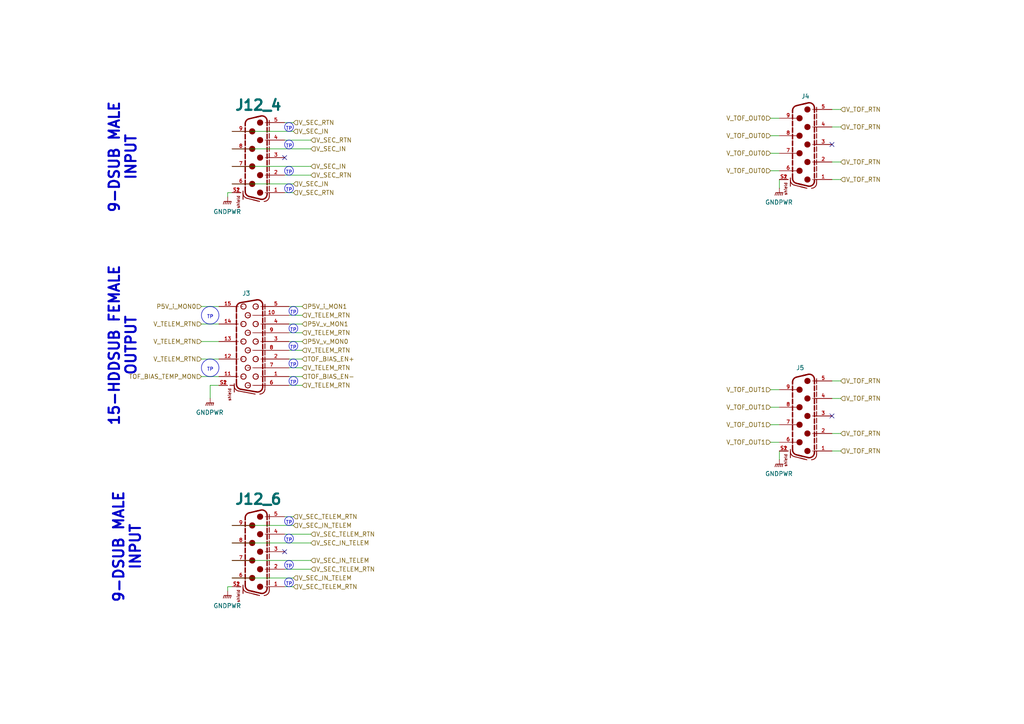
<source format=kicad_sch>
(kicad_sch
	(version 20250114)
	(generator "eeschema")
	(generator_version "9.0")
	(uuid "6c9f641b-89d7-40cb-b111-77fcec1ca744")
	(paper "A4")
	(lib_symbols
		(symbol "Wurth_Elektronik:6180XX231121_618009231121"
			(pin_names
				(offset 1.016)
			)
			(exclude_from_sim no)
			(in_bom yes)
			(on_board yes)
			(property "Reference" "J"
				(at 13.78 1.66 0)
				(effects
					(font
						(size 1.27 1.27)
					)
					(justify left bottom)
				)
			)
			(property "Value" "618009231121"
				(at 0 0 0)
				(effects
					(font
						(size 1.27 1.27)
					)
					(justify bottom)
					(hide yes)
				)
			)
			(property "Footprint" "6180XX231121_618009231121:618009231121"
				(at 0 0 0)
				(effects
					(font
						(size 1.27 1.27)
					)
					(justify bottom)
					(hide yes)
				)
			)
			(property "Datasheet" "https://www.we-online.com/components/products/datasheet/618009231121.pdf"
				(at 0 0 0)
				(effects
					(font
						(size 1.27 1.27)
					)
					(hide yes)
				)
			)
			(property "Description" "9 Position D-Sub Plug, Male Pins Connector"
				(at 0 0 0)
				(effects
					(font
						(size 1.27 1.27)
					)
					(hide yes)
				)
			)
			(property "Manufacturer" "Würth Elektronik"
				(at 0 0 0)
				(effects
					(font
						(size 1.27 1.27)
					)
					(justify bottom)
					(hide yes)
				)
			)
			(property "Description_1" "\nSOCKET, D SUB, PCB, R/A, 9WAY; No. of Contacts:9Contacts; Gender:Receptacle; Contact Termination Type:Solder; D Sub Shell Size:DE; Product Range:WR-DSUB Series; Connector Body Material:Steel Body; Contact Material:Copper Alloy; Contact Plating:Gold Plated Contacts; SVHC:Lead (15-Jan-2019); Connector Mounting:Through Hole Mount Right Angle; Contact Termination:Solder; D Sub Connector Type:Standard; No. of Mating Cycles:50\n"
				(at 0 0 0)
				(effects
					(font
						(size 1.27 1.27)
					)
					(justify bottom)
					(hide yes)
				)
			)
			(property "Package" "-"
				(at 0 0 0)
				(effects
					(font
						(size 1.27 1.27)
					)
					(justify bottom)
					(hide yes)
				)
			)
			(property "Purchase-URL" "https://www.snapeda.com/api/url_track_click_mouser/?unipart_id=1118240&manufacturer=Würth Elektronik&part_name=618009231121&search_term=618009231121"
				(at 0 0 0)
				(effects
					(font
						(size 1.27 1.27)
					)
					(justify bottom)
					(hide yes)
				)
			)
			(property "GENDER" "Female"
				(at 0 0 0)
				(effects
					(font
						(size 1.27 1.27)
					)
					(justify bottom)
					(hide yes)
				)
			)
			(property "Price" "None"
				(at 0 0 0)
				(effects
					(font
						(size 1.27 1.27)
					)
					(justify bottom)
					(hide yes)
				)
			)
			(property "PART-NUMBER" "618009231121"
				(at 0 0 0)
				(effects
					(font
						(size 1.27 1.27)
					)
					(justify bottom)
					(hide yes)
				)
			)
			(property "SnapEDA_Link" "https://www.snapeda.com/parts/618009231121/Wurth+Elektronik/view-part/?ref=snap"
				(at 0 0 0)
				(effects
					(font
						(size 1.27 1.27)
					)
					(justify bottom)
					(hide yes)
				)
			)
			(property "DATASHEET-URL" "https://www.we-online.com/redexpert/spec/618009231121?ae"
				(at 0 0 0)
				(effects
					(font
						(size 1.27 1.27)
					)
					(justify bottom)
					(hide yes)
				)
			)
			(property "Man. Part Num" "618009231121"
				(at 0 0 0)
				(effects
					(font
						(size 1.27 1.27)
					)
					(justify bottom)
					(hide yes)
				)
			)
			(property "WORKING-VOLTAGE" "125 V(AC)"
				(at 0 0 0)
				(effects
					(font
						(size 1.27 1.27)
					)
					(justify bottom)
					(hide yes)
				)
			)
			(property "PINS" "9"
				(at 0 0 0)
				(effects
					(font
						(size 1.27 1.27)
					)
					(justify bottom)
					(hide yes)
				)
			)
			(property "WE-NUMBER" "618009231121"
				(at 0 0 0)
				(effects
					(font
						(size 1.27 1.27)
					)
					(justify bottom)
					(hide yes)
				)
			)
			(property "TYPE" "Angled"
				(at 0 0 0)
				(effects
					(font
						(size 1.27 1.27)
					)
					(justify bottom)
					(hide yes)
				)
			)
			(property "Availability" "In Stock"
				(at 0 0 0)
				(effects
					(font
						(size 1.27 1.27)
					)
					(justify bottom)
					(hide yes)
				)
			)
			(property "Check_prices" "https://www.snapeda.com/parts/618009231121/Wurth+Elektronik/view-part/?ref=eda"
				(at 0 0 0)
				(effects
					(font
						(size 1.27 1.27)
					)
					(justify bottom)
					(hide yes)
				)
			)
			(property "Part Type" "Through Hole"
				(at 0 0 0)
				(effects
					(font
						(size 1.27 1.27)
					)
					(hide yes)
				)
			)
			(property "Distributor" "Digi-Key"
				(at 0 0 0)
				(effects
					(font
						(size 1.27 1.27)
					)
					(hide yes)
				)
			)
			(property "Dist. Part Num" "732-618009231121-ND"
				(at 0 0 0)
				(effects
					(font
						(size 1.27 1.27)
					)
					(hide yes)
				)
			)
			(property "Notes" ""
				(at 0 0 0)
				(effects
					(font
						(size 1.27 1.27)
					)
					(hide yes)
				)
			)
			(symbol "6180XX231121_618009231121_0_0"
				(polyline
					(pts
						(xy -11.7108 -0.8009) (xy -12.0642 0.6952)
					)
					(stroke
						(width 0.4064)
						(type default)
					)
					(fill
						(type none)
					)
				)
				(polyline
					(pts
						(xy -11.2729 -2.6548) (xy -11.9182 0.0772)
					)
					(stroke
						(width 0.4064)
						(type default)
					)
					(fill
						(type none)
					)
				)
				(polyline
					(pts
						(xy -10.795 3.175) (xy -9.4305 3.175)
					)
					(stroke
						(width 0.254)
						(type default)
					)
					(fill
						(type none)
					)
				)
				(polyline
					(pts
						(xy -10.6044 2.54) (xy -9.3113 2.54)
					)
					(stroke
						(width 0.4064)
						(type default)
					)
					(fill
						(type none)
					)
				)
				(arc
					(start -12.0642 0.6952)
					(mid -11.7806 1.9708)
					(end -10.6044 2.54)
					(stroke
						(width 0.4064)
						(type default)
					)
					(fill
						(type none)
					)
				)
				(polyline
					(pts
						(xy -10.16 2.58) (xy -10.16 1.935)
					)
					(stroke
						(width 0.1524)
						(type default)
					)
					(fill
						(type none)
					)
				)
				(polyline
					(pts
						(xy -10.16 0.675) (xy -10.16 1.3)
					)
					(stroke
						(width 0.1524)
						(type default)
					)
					(fill
						(type none)
					)
				)
				(circle
					(center -10.16 0.508)
					(radius 0.762)
					(stroke
						(width 0.254)
						(type default)
					)
					(fill
						(type outline)
					)
				)
				(arc
					(start -9.8131 -3.81)
					(mid -10.7439 -3.4862)
					(end -11.2729 -2.6548)
					(stroke
						(width 0.4064)
						(type default)
					)
					(fill
						(type none)
					)
				)
				(polyline
					(pts
						(xy -9.237 -3.81) (xy -9.8131 -3.81)
					)
					(stroke
						(width 0.4064)
						(type default)
					)
					(fill
						(type none)
					)
				)
				(polyline
					(pts
						(xy -8.89 3.175) (xy -7.5255 3.175)
					)
					(stroke
						(width 0.254)
						(type default)
					)
					(fill
						(type none)
					)
				)
				(polyline
					(pts
						(xy -8.6994 2.54) (xy -7.4063 2.54)
					)
					(stroke
						(width 0.4064)
						(type default)
					)
					(fill
						(type none)
					)
				)
				(circle
					(center -7.62 -1.778)
					(radius 0.762)
					(stroke
						(width 0.254)
						(type default)
					)
					(fill
						(type outline)
					)
				)
				(polyline
					(pts
						(xy -7.332 -3.81) (xy -8.6596 -3.81)
					)
					(stroke
						(width 0.4064)
						(type default)
					)
					(fill
						(type none)
					)
				)
				(polyline
					(pts
						(xy -6.985 3.175) (xy -5.6205 3.175)
					)
					(stroke
						(width 0.254)
						(type default)
					)
					(fill
						(type none)
					)
				)
				(polyline
					(pts
						(xy -6.7944 2.54) (xy -5.5013 2.54)
					)
					(stroke
						(width 0.4064)
						(type default)
					)
					(fill
						(type none)
					)
				)
				(polyline
					(pts
						(xy -5.427 -3.81) (xy -6.7546 -3.81)
					)
					(stroke
						(width 0.4064)
						(type default)
					)
					(fill
						(type none)
					)
				)
				(polyline
					(pts
						(xy -5.08 3.175) (xy -3.7155 3.175)
					)
					(stroke
						(width 0.254)
						(type default)
					)
					(fill
						(type none)
					)
				)
				(polyline
					(pts
						(xy -5.08 2.58) (xy -5.08 1.935)
					)
					(stroke
						(width 0.1524)
						(type default)
					)
					(fill
						(type none)
					)
				)
				(polyline
					(pts
						(xy -5.08 0.675) (xy -5.08 1.3)
					)
					(stroke
						(width 0.1524)
						(type default)
					)
					(fill
						(type none)
					)
				)
				(circle
					(center -5.08 0.508)
					(radius 0.762)
					(stroke
						(width 0.254)
						(type default)
					)
					(fill
						(type outline)
					)
				)
				(polyline
					(pts
						(xy -4.8894 2.54) (xy -3.5963 2.54)
					)
					(stroke
						(width 0.4064)
						(type default)
					)
					(fill
						(type none)
					)
				)
				(polyline
					(pts
						(xy -3.522 -3.81) (xy -4.8496 -3.81)
					)
					(stroke
						(width 0.4064)
						(type default)
					)
					(fill
						(type none)
					)
				)
				(polyline
					(pts
						(xy -3.175 3.175) (xy -1.8105 3.175)
					)
					(stroke
						(width 0.254)
						(type default)
					)
					(fill
						(type none)
					)
				)
				(polyline
					(pts
						(xy -2.9844 2.54) (xy -1.6913 2.54)
					)
					(stroke
						(width 0.4064)
						(type default)
					)
					(fill
						(type none)
					)
				)
				(circle
					(center -2.54 -1.778)
					(radius 0.762)
					(stroke
						(width 0.254)
						(type default)
					)
					(fill
						(type outline)
					)
				)
				(polyline
					(pts
						(xy -1.617 -3.81) (xy -2.9446 -3.81)
					)
					(stroke
						(width 0.4064)
						(type default)
					)
					(fill
						(type none)
					)
				)
				(polyline
					(pts
						(xy -1.27 3.175) (xy 0.0945 3.175)
					)
					(stroke
						(width 0.254)
						(type default)
					)
					(fill
						(type none)
					)
				)
				(polyline
					(pts
						(xy -1.0794 2.54) (xy 0.2137 2.54)
					)
					(stroke
						(width 0.4064)
						(type default)
					)
					(fill
						(type none)
					)
				)
				(polyline
					(pts
						(xy 0 2.58) (xy 0 1.935)
					)
					(stroke
						(width 0.1524)
						(type default)
					)
					(fill
						(type none)
					)
				)
				(polyline
					(pts
						(xy 0 0.675) (xy 0 1.3)
					)
					(stroke
						(width 0.1524)
						(type default)
					)
					(fill
						(type none)
					)
				)
				(circle
					(center 0 0.508)
					(radius 0.762)
					(stroke
						(width 0.254)
						(type default)
					)
					(fill
						(type outline)
					)
				)
				(polyline
					(pts
						(xy 0.288 -3.81) (xy -1.0396 -3.81)
					)
					(stroke
						(width 0.4064)
						(type default)
					)
					(fill
						(type none)
					)
				)
				(polyline
					(pts
						(xy 0.635 3.175) (xy 1.9996 3.175)
					)
					(stroke
						(width 0.254)
						(type default)
					)
					(fill
						(type none)
					)
				)
				(polyline
					(pts
						(xy 0.8256 2.54) (xy 2.1187 2.54)
					)
					(stroke
						(width 0.4064)
						(type default)
					)
					(fill
						(type none)
					)
				)
				(polyline
					(pts
						(xy 2.1931 -3.81) (xy 0.8654 -3.81)
					)
					(stroke
						(width 0.4064)
						(type default)
					)
					(fill
						(type none)
					)
				)
				(polyline
					(pts
						(xy 2.54 3.175) (xy 3.9046 3.175)
					)
					(stroke
						(width 0.254)
						(type default)
					)
					(fill
						(type none)
					)
				)
				(circle
					(center 2.54 -1.778)
					(radius 0.762)
					(stroke
						(width 0.254)
						(type default)
					)
					(fill
						(type outline)
					)
				)
				(polyline
					(pts
						(xy 2.7306 2.54) (xy 4.0237 2.54)
					)
					(stroke
						(width 0.4064)
						(type default)
					)
					(fill
						(type none)
					)
				)
				(polyline
					(pts
						(xy 4.0981 -3.81) (xy 2.7704 -3.81)
					)
					(stroke
						(width 0.4064)
						(type default)
					)
					(fill
						(type none)
					)
				)
				(polyline
					(pts
						(xy 4.445 3.175) (xy 5.8096 3.175)
					)
					(stroke
						(width 0.254)
						(type default)
					)
					(fill
						(type none)
					)
				)
				(polyline
					(pts
						(xy 4.6356 2.54) (xy 5.9287 2.54)
					)
					(stroke
						(width 0.4064)
						(type default)
					)
					(fill
						(type none)
					)
				)
				(polyline
					(pts
						(xy 5.08 2.58) (xy 5.08 1.935)
					)
					(stroke
						(width 0.1524)
						(type default)
					)
					(fill
						(type none)
					)
				)
				(polyline
					(pts
						(xy 5.08 0.675) (xy 5.08 1.3)
					)
					(stroke
						(width 0.1524)
						(type default)
					)
					(fill
						(type none)
					)
				)
				(circle
					(center 5.08 0.508)
					(radius 0.762)
					(stroke
						(width 0.254)
						(type default)
					)
					(fill
						(type outline)
					)
				)
				(polyline
					(pts
						(xy 6.0031 -3.81) (xy 4.6754 -3.81)
					)
					(stroke
						(width 0.4064)
						(type default)
					)
					(fill
						(type none)
					)
				)
				(polyline
					(pts
						(xy 6.35 3.175) (xy 7.7146 3.175)
					)
					(stroke
						(width 0.254)
						(type default)
					)
					(fill
						(type none)
					)
				)
				(polyline
					(pts
						(xy 6.5406 2.54) (xy 7.8337 2.54)
					)
					(stroke
						(width 0.4064)
						(type default)
					)
					(fill
						(type none)
					)
				)
				(circle
					(center 7.62 -1.778)
					(radius 0.762)
					(stroke
						(width 0.254)
						(type default)
					)
					(fill
						(type outline)
					)
				)
				(polyline
					(pts
						(xy 7.9081 -3.81) (xy 6.5804 -3.81)
					)
					(stroke
						(width 0.4064)
						(type default)
					)
					(fill
						(type none)
					)
				)
				(polyline
					(pts
						(xy 8.255 3.175) (xy 9.6196 3.175)
					)
					(stroke
						(width 0.254)
						(type default)
					)
					(fill
						(type none)
					)
				)
				(polyline
					(pts
						(xy 8.4456 2.54) (xy 9.7387 2.54)
					)
					(stroke
						(width 0.4064)
						(type default)
					)
					(fill
						(type none)
					)
				)
				(arc
					(start 11.2729 -2.6548)
					(mid 10.7439 -3.4863)
					(end 9.8131 -3.81)
					(stroke
						(width 0.4064)
						(type default)
					)
					(fill
						(type none)
					)
				)
				(polyline
					(pts
						(xy 9.8131 -3.81) (xy 8.4854 -3.81)
					)
					(stroke
						(width 0.4064)
						(type default)
					)
					(fill
						(type none)
					)
				)
				(polyline
					(pts
						(xy 10.16 3.175) (xy 11.2 3.175)
					)
					(stroke
						(width 0.254)
						(type default)
					)
					(fill
						(type none)
					)
				)
				(polyline
					(pts
						(xy 10.16 2.58) (xy 10.16 1.935)
					)
					(stroke
						(width 0.1524)
						(type default)
					)
					(fill
						(type none)
					)
				)
				(polyline
					(pts
						(xy 10.16 0.675) (xy 10.16 1.3)
					)
					(stroke
						(width 0.1524)
						(type default)
					)
					(fill
						(type none)
					)
				)
				(circle
					(center 10.16 0.508)
					(radius 0.762)
					(stroke
						(width 0.254)
						(type default)
					)
					(fill
						(type outline)
					)
				)
				(polyline
					(pts
						(xy 10.16 -4.445) (xy 10.16 -4.445)
					)
					(stroke
						(width 0.254)
						(type default)
					)
					(fill
						(type none)
					)
				)
				(polyline
					(pts
						(xy 10.16 -6.35) (xy 10.16 -5.08)
					)
					(stroke
						(width 0.254)
						(type default)
					)
					(fill
						(type none)
					)
				)
				(polyline
					(pts
						(xy 10.2 -4.44) (xy 9.6938 -4.44)
					)
					(stroke
						(width 0.254)
						(type default)
					)
					(fill
						(type none)
					)
				)
				(arc
					(start 11.7841 -3.3038)
					(mid 11.2519 -4.1219)
					(end 10.3288 -4.44)
					(stroke
						(width 0.254)
						(type default)
					)
					(fill
						(type none)
					)
				)
				(polyline
					(pts
						(xy 10.3506 2.54) (xy 10.6044 2.54)
					)
					(stroke
						(width 0.4064)
						(type default)
					)
					(fill
						(type none)
					)
				)
				(arc
					(start 10.6044 2.54)
					(mid 11.7804 1.9707)
					(end 12.0642 0.6952)
					(stroke
						(width 0.4064)
						(type default)
					)
					(fill
						(type none)
					)
				)
				(arc
					(start 11.2 3.175)
					(mid 12.2607 2.7357)
					(end 12.7 1.675)
					(stroke
						(width 0.254)
						(type default)
					)
					(fill
						(type none)
					)
				)
				(polyline
					(pts
						(xy 11.6263 -1.1588) (xy 11.2729 -2.6548)
					)
					(stroke
						(width 0.4064)
						(type default)
					)
					(fill
						(type none)
					)
				)
				(polyline
					(pts
						(xy 11.7841 -3.3038) (xy 12.546 -0.256)
					)
					(stroke
						(width 0.254)
						(type default)
					)
					(fill
						(type none)
					)
				)
				(polyline
					(pts
						(xy 12.0642 0.6952) (xy 11.4189 -2.0369)
					)
					(stroke
						(width 0.4064)
						(type default)
					)
					(fill
						(type none)
					)
				)
				(polyline
					(pts
						(xy 12.105 -4.44) (xy 10.3288 -4.44)
					)
					(stroke
						(width 0.254)
						(type default)
					)
					(fill
						(type none)
					)
				)
				(polyline
					(pts
						(xy 12.2461 -1.4557) (xy 12.7 0.36)
					)
					(stroke
						(width 0.254)
						(type default)
					)
					(fill
						(type none)
					)
				)
				(text "shield"
					(at 10.9 -5.32 0)
					(effects
						(font
							(size 0.8128 0.8128)
						)
						(justify left bottom)
					)
				)
				(pin bidirectional line
					(at -10.16 7.62 270)
					(length 5.08)
					(name "~"
						(effects
							(font
								(size 1.016 1.016)
							)
						)
					)
					(number "5"
						(effects
							(font
								(size 1.016 1.016)
							)
						)
					)
				)
				(pin bidirectional line
					(at -7.62 -7.62 90)
					(length 5.08)
					(name "~"
						(effects
							(font
								(size 1.016 1.016)
							)
						)
					)
					(number "9"
						(effects
							(font
								(size 1.016 1.016)
							)
						)
					)
				)
				(pin bidirectional line
					(at -5.08 7.62 270)
					(length 5.08)
					(name "~"
						(effects
							(font
								(size 1.016 1.016)
							)
						)
					)
					(number "4"
						(effects
							(font
								(size 1.016 1.016)
							)
						)
					)
				)
				(pin bidirectional line
					(at -2.54 -7.62 90)
					(length 5.08)
					(name "~"
						(effects
							(font
								(size 1.016 1.016)
							)
						)
					)
					(number "8"
						(effects
							(font
								(size 1.016 1.016)
							)
						)
					)
				)
				(pin bidirectional line
					(at 0 7.62 270)
					(length 5.08)
					(name "~"
						(effects
							(font
								(size 1.016 1.016)
							)
						)
					)
					(number "3"
						(effects
							(font
								(size 1.016 1.016)
							)
						)
					)
				)
				(pin bidirectional line
					(at 2.54 -7.62 90)
					(length 5.08)
					(name "~"
						(effects
							(font
								(size 1.016 1.016)
							)
						)
					)
					(number "7"
						(effects
							(font
								(size 1.016 1.016)
							)
						)
					)
				)
				(pin bidirectional line
					(at 5.08 7.62 270)
					(length 5.08)
					(name "~"
						(effects
							(font
								(size 1.016 1.016)
							)
						)
					)
					(number "2"
						(effects
							(font
								(size 1.016 1.016)
							)
						)
					)
				)
				(pin bidirectional line
					(at 10.16 7.62 270)
					(length 5.08)
					(name "~"
						(effects
							(font
								(size 1.016 1.016)
							)
						)
					)
					(number "1"
						(effects
							(font
								(size 1.016 1.016)
							)
						)
					)
				)
				(pin bidirectional line
					(at 10.16 -7.62 90)
					(length 2.54)
					(name "~"
						(effects
							(font
								(size 1.016 1.016)
							)
						)
					)
					(number "S2"
						(effects
							(font
								(size 1.016 1.016)
							)
						)
					)
				)
			)
			(symbol "6180XX231121_618009231121_1_0"
				(pin bidirectional line
					(at 7.62 -7.62 90)
					(length 5.08)
					(name "~"
						(effects
							(font
								(size 1.016 1.016)
							)
						)
					)
					(number "6"
						(effects
							(font
								(size 1.016 1.016)
							)
						)
					)
				)
				(pin bidirectional line
					(at 10.16 -7.62 90)
					(length 2.54)
					(name "~"
						(effects
							(font
								(size 1.016 1.016)
							)
						)
					)
					(number "S1"
						(effects
							(font
								(size 1.016 1.016)
							)
						)
					)
				)
			)
			(embedded_fonts no)
		)
		(symbol "Wurth_Elektronik:6180XX330923_618015330923"
			(pin_names
				(offset 1.016)
			)
			(exclude_from_sim no)
			(in_bom yes)
			(on_board yes)
			(property "Reference" "J"
				(at 16.32 4.2 0)
				(effects
					(font
						(size 1.27 1.27)
					)
					(justify left bottom)
				)
			)
			(property "Value" "618015330923"
				(at 0 0 0)
				(effects
					(font
						(size 1.27 1.27)
					)
					(justify bottom)
					(hide yes)
				)
			)
			(property "Footprint" "Wurth_Elektronik:618015330923"
				(at 0 0 0)
				(effects
					(font
						(size 1.27 1.27)
					)
					(justify bottom)
					(hide yes)
				)
			)
			(property "Datasheet" "https://www.we-online.com/components/products/datasheet/618015330923.pdf"
				(at 0 0 0)
				(effects
					(font
						(size 1.27 1.27)
					)
					(hide yes)
				)
			)
			(property "Description" "15 Position D-Sub, High Density Receptacle, Female Sockets Connector"
				(at 0 0 0)
				(effects
					(font
						(size 1.27 1.27)
					)
					(hide yes)
				)
			)
			(property "Manufacturer" "Würth Elektronik"
				(at 0 0 0)
				(effects
					(font
						(size 1.27 1.27)
					)
					(justify bottom)
					(hide yes)
				)
			)
			(property "Package" "None"
				(at 0 0 0)
				(effects
					(font
						(size 1.27 1.27)
					)
					(justify bottom)
					(hide yes)
				)
			)
			(property "Man. Part Num" "618015330923"
				(at 0 0 0)
				(effects
					(font
						(size 1.27 1.27)
					)
					(justify bottom)
					(hide yes)
				)
			)
			(property "Distributor" "Digi-Key"
				(at 0 0 0)
				(effects
					(font
						(size 1.27 1.27)
					)
					(hide yes)
				)
			)
			(property "Dist. Part Num" "732-618015330923-ND"
				(at 0 0 0)
				(effects
					(font
						(size 1.27 1.27)
					)
					(hide yes)
				)
			)
			(property "Part Type" "Through Hole"
				(at 0 0 0)
				(effects
					(font
						(size 1.27 1.27)
					)
					(hide yes)
				)
			)
			(property "Notes" ""
				(at 0 0 0)
				(effects
					(font
						(size 1.27 1.27)
					)
					(hide yes)
				)
			)
			(symbol "6180XX330923_618015330923_0_0"
				(polyline
					(pts
						(xy -11.9161 2.3705) (xy -12.0642 3.2352)
					)
					(stroke
						(width 0.4064)
						(type default)
					)
					(fill
						(type none)
					)
				)
				(polyline
					(pts
						(xy -11.5945 0.4928) (xy -11.883 2.1769)
					)
					(stroke
						(width 0.4064)
						(type default)
					)
					(fill
						(type none)
					)
				)
				(polyline
					(pts
						(xy -11.2729 -1.3848) (xy -11.5613 0.2993)
					)
					(stroke
						(width 0.4064)
						(type default)
					)
					(fill
						(type none)
					)
				)
				(polyline
					(pts
						(xy -10.795 5.715) (xy -9.3854 5.715)
					)
					(stroke
						(width 0.254)
						(type default)
					)
					(fill
						(type none)
					)
				)
				(polyline
					(pts
						(xy -10.6044 5.08) (xy -9.2603 5.08)
					)
					(stroke
						(width 0.4064)
						(type default)
					)
					(fill
						(type none)
					)
				)
				(arc
					(start -12.0642 3.2352)
					(mid -11.7806 4.5108)
					(end -10.6044 5.08)
					(stroke
						(width 0.4064)
						(type default)
					)
					(fill
						(type none)
					)
				)
				(polyline
					(pts
						(xy -10.16 5.12) (xy -10.16 4.475)
					)
					(stroke
						(width 0.1524)
						(type default)
					)
					(fill
						(type none)
					)
				)
				(polyline
					(pts
						(xy -10.16 3.215) (xy -10.16 3.84)
					)
					(stroke
						(width 0.1524)
						(type default)
					)
					(fill
						(type none)
					)
				)
				(circle
					(center -10.16 3.048)
					(radius 0.762)
					(stroke
						(width 0.254)
						(type default)
					)
					(fill
						(type none)
					)
				)
				(circle
					(center -10.16 -0.508)
					(radius 0.762)
					(stroke
						(width 0.254)
						(type default)
					)
					(fill
						(type none)
					)
				)
				(polyline
					(pts
						(xy -10.16 -0.675) (xy -10.16 -1.3)
					)
					(stroke
						(width 0.1524)
						(type default)
					)
					(fill
						(type none)
					)
				)
				(polyline
					(pts
						(xy -10.16 -2.58) (xy -10.16 -1.935)
					)
					(stroke
						(width 0.1524)
						(type default)
					)
					(fill
						(type none)
					)
				)
				(arc
					(start -9.8131 -2.54)
					(mid -10.7439 -2.2162)
					(end -11.2729 -1.3848)
					(stroke
						(width 0.4064)
						(type default)
					)
					(fill
						(type none)
					)
				)
				(polyline
					(pts
						(xy -8.89 5.715) (xy -7.4804 5.715)
					)
					(stroke
						(width 0.254)
						(type default)
					)
					(fill
						(type none)
					)
				)
				(polyline
					(pts
						(xy -8.6994 5.08) (xy -7.3553 5.08)
					)
					(stroke
						(width 0.4064)
						(type default)
					)
					(fill
						(type none)
					)
				)
				(polyline
					(pts
						(xy -8.602 -2.54) (xy -9.8131 -2.54)
					)
					(stroke
						(width 0.4064)
						(type default)
					)
					(fill
						(type none)
					)
				)
				(polyline
					(pts
						(xy -7.62 2.58) (xy -7.62 2.135)
					)
					(stroke
						(width 0.1524)
						(type default)
					)
					(fill
						(type none)
					)
				)
				(circle
					(center -7.62 0.762)
					(radius 0.762)
					(stroke
						(width 0.254)
						(type default)
					)
					(fill
						(type none)
					)
				)
				(polyline
					(pts
						(xy -7.62 0.675) (xy -7.62 1.5)
					)
					(stroke
						(width 0.1524)
						(type default)
					)
					(fill
						(type none)
					)
				)
				(polyline
					(pts
						(xy -6.985 5.715) (xy -5.5754 5.715)
					)
					(stroke
						(width 0.254)
						(type default)
					)
					(fill
						(type none)
					)
				)
				(polyline
					(pts
						(xy -6.7944 5.08) (xy -5.4503 5.08)
					)
					(stroke
						(width 0.4064)
						(type default)
					)
					(fill
						(type none)
					)
				)
				(polyline
					(pts
						(xy -6.697 -2.54) (xy -8.0771 -2.54)
					)
					(stroke
						(width 0.4064)
						(type default)
					)
					(fill
						(type none)
					)
				)
				(polyline
					(pts
						(xy -5.08 5.715) (xy -3.6704 5.715)
					)
					(stroke
						(width 0.254)
						(type default)
					)
					(fill
						(type none)
					)
				)
				(polyline
					(pts
						(xy -5.08 5.12) (xy -5.08 4.475)
					)
					(stroke
						(width 0.1524)
						(type default)
					)
					(fill
						(type none)
					)
				)
				(polyline
					(pts
						(xy -5.08 3.215) (xy -5.08 3.84)
					)
					(stroke
						(width 0.1524)
						(type default)
					)
					(fill
						(type none)
					)
				)
				(circle
					(center -5.08 3.048)
					(radius 0.762)
					(stroke
						(width 0.254)
						(type default)
					)
					(fill
						(type none)
					)
				)
				(circle
					(center -5.08 -0.508)
					(radius 0.762)
					(stroke
						(width 0.254)
						(type default)
					)
					(fill
						(type none)
					)
				)
				(polyline
					(pts
						(xy -5.08 -0.675) (xy -5.08 -1.3)
					)
					(stroke
						(width 0.1524)
						(type default)
					)
					(fill
						(type none)
					)
				)
				(polyline
					(pts
						(xy -5.08 -2.58) (xy -5.08 -1.935)
					)
					(stroke
						(width 0.1524)
						(type default)
					)
					(fill
						(type none)
					)
				)
				(polyline
					(pts
						(xy -4.8894 5.08) (xy -3.5453 5.08)
					)
					(stroke
						(width 0.4064)
						(type default)
					)
					(fill
						(type none)
					)
				)
				(polyline
					(pts
						(xy -4.792 -2.54) (xy -6.172 -2.54)
					)
					(stroke
						(width 0.4064)
						(type default)
					)
					(fill
						(type none)
					)
				)
				(polyline
					(pts
						(xy -3.175 5.715) (xy -1.7654 5.715)
					)
					(stroke
						(width 0.254)
						(type default)
					)
					(fill
						(type none)
					)
				)
				(polyline
					(pts
						(xy -2.9844 5.08) (xy -1.6403 5.08)
					)
					(stroke
						(width 0.4064)
						(type default)
					)
					(fill
						(type none)
					)
				)
				(polyline
					(pts
						(xy -2.887 -2.54) (xy -4.2671 -2.54)
					)
					(stroke
						(width 0.4064)
						(type default)
					)
					(fill
						(type none)
					)
				)
				(polyline
					(pts
						(xy -2.54 2.58) (xy -2.54 2.135)
					)
					(stroke
						(width 0.1524)
						(type default)
					)
					(fill
						(type none)
					)
				)
				(circle
					(center -2.54 0.762)
					(radius 0.762)
					(stroke
						(width 0.254)
						(type default)
					)
					(fill
						(type none)
					)
				)
				(polyline
					(pts
						(xy -2.54 0.675) (xy -2.54 1.5)
					)
					(stroke
						(width 0.1524)
						(type default)
					)
					(fill
						(type none)
					)
				)
				(polyline
					(pts
						(xy -1.27 5.715) (xy 0.1396 5.715)
					)
					(stroke
						(width 0.254)
						(type default)
					)
					(fill
						(type none)
					)
				)
				(polyline
					(pts
						(xy -1.0794 5.08) (xy 0.2647 5.08)
					)
					(stroke
						(width 0.4064)
						(type default)
					)
					(fill
						(type none)
					)
				)
				(polyline
					(pts
						(xy -0.982 -2.54) (xy -2.3621 -2.54)
					)
					(stroke
						(width 0.4064)
						(type default)
					)
					(fill
						(type none)
					)
				)
				(polyline
					(pts
						(xy 0 5.12) (xy 0 4.475)
					)
					(stroke
						(width 0.1524)
						(type default)
					)
					(fill
						(type none)
					)
				)
				(polyline
					(pts
						(xy 0 3.215) (xy 0 3.84)
					)
					(stroke
						(width 0.1524)
						(type default)
					)
					(fill
						(type none)
					)
				)
				(circle
					(center 0 3.048)
					(radius 0.762)
					(stroke
						(width 0.254)
						(type default)
					)
					(fill
						(type none)
					)
				)
				(circle
					(center 0 -0.508)
					(radius 0.762)
					(stroke
						(width 0.254)
						(type default)
					)
					(fill
						(type none)
					)
				)
				(polyline
					(pts
						(xy 0 -0.675) (xy 0 -1.3)
					)
					(stroke
						(width 0.1524)
						(type default)
					)
					(fill
						(type none)
					)
				)
				(polyline
					(pts
						(xy 0 -2.58) (xy 0 -1.935)
					)
					(stroke
						(width 0.1524)
						(type default)
					)
					(fill
						(type none)
					)
				)
				(polyline
					(pts
						(xy 0.635 5.715) (xy 2.0446 5.715)
					)
					(stroke
						(width 0.254)
						(type default)
					)
					(fill
						(type none)
					)
				)
				(polyline
					(pts
						(xy 0.8256 5.08) (xy 2.1697 5.08)
					)
					(stroke
						(width 0.4064)
						(type default)
					)
					(fill
						(type none)
					)
				)
				(polyline
					(pts
						(xy 0.9231 -2.54) (xy -0.4571 -2.54)
					)
					(stroke
						(width 0.4064)
						(type default)
					)
					(fill
						(type none)
					)
				)
				(polyline
					(pts
						(xy 2.54 5.715) (xy 3.9496 5.715)
					)
					(stroke
						(width 0.254)
						(type default)
					)
					(fill
						(type none)
					)
				)
				(polyline
					(pts
						(xy 2.54 2.58) (xy 2.54 2.135)
					)
					(stroke
						(width 0.1524)
						(type default)
					)
					(fill
						(type none)
					)
				)
				(circle
					(center 2.54 0.762)
					(radius 0.762)
					(stroke
						(width 0.254)
						(type default)
					)
					(fill
						(type none)
					)
				)
				(polyline
					(pts
						(xy 2.54 0.675) (xy 2.54 1.5)
					)
					(stroke
						(width 0.1524)
						(type default)
					)
					(fill
						(type none)
					)
				)
				(polyline
					(pts
						(xy 2.7306 5.08) (xy 4.0747 5.08)
					)
					(stroke
						(width 0.4064)
						(type default)
					)
					(fill
						(type none)
					)
				)
				(polyline
					(pts
						(xy 2.8281 -2.54) (xy 1.448 -2.54)
					)
					(stroke
						(width 0.4064)
						(type default)
					)
					(fill
						(type none)
					)
				)
				(polyline
					(pts
						(xy 4.445 5.715) (xy 5.8546 5.715)
					)
					(stroke
						(width 0.254)
						(type default)
					)
					(fill
						(type none)
					)
				)
				(polyline
					(pts
						(xy 4.6356 5.08) (xy 5.9797 5.08)
					)
					(stroke
						(width 0.4064)
						(type default)
					)
					(fill
						(type none)
					)
				)
				(polyline
					(pts
						(xy 4.7331 -2.54) (xy 3.353 -2.54)
					)
					(stroke
						(width 0.4064)
						(type default)
					)
					(fill
						(type none)
					)
				)
				(polyline
					(pts
						(xy 5.08 5.12) (xy 5.08 4.475)
					)
					(stroke
						(width 0.1524)
						(type default)
					)
					(fill
						(type none)
					)
				)
				(polyline
					(pts
						(xy 5.08 3.215) (xy 5.08 3.84)
					)
					(stroke
						(width 0.1524)
						(type default)
					)
					(fill
						(type none)
					)
				)
				(circle
					(center 5.08 3.048)
					(radius 0.762)
					(stroke
						(width 0.254)
						(type default)
					)
					(fill
						(type none)
					)
				)
				(circle
					(center 5.08 -0.508)
					(radius 0.762)
					(stroke
						(width 0.254)
						(type default)
					)
					(fill
						(type none)
					)
				)
				(polyline
					(pts
						(xy 5.08 -0.675) (xy 5.08 -1.3)
					)
					(stroke
						(width 0.1524)
						(type default)
					)
					(fill
						(type none)
					)
				)
				(polyline
					(pts
						(xy 5.08 -2.58) (xy 5.08 -1.935)
					)
					(stroke
						(width 0.1524)
						(type default)
					)
					(fill
						(type none)
					)
				)
				(polyline
					(pts
						(xy 6.35 5.715) (xy 7.7596 5.715)
					)
					(stroke
						(width 0.254)
						(type default)
					)
					(fill
						(type none)
					)
				)
				(polyline
					(pts
						(xy 6.5406 5.08) (xy 7.8847 5.08)
					)
					(stroke
						(width 0.4064)
						(type default)
					)
					(fill
						(type none)
					)
				)
				(polyline
					(pts
						(xy 6.6381 -2.54) (xy 5.258 -2.54)
					)
					(stroke
						(width 0.4064)
						(type default)
					)
					(fill
						(type none)
					)
				)
				(polyline
					(pts
						(xy 7.62 2.58) (xy 7.62 2.135)
					)
					(stroke
						(width 0.1524)
						(type default)
					)
					(fill
						(type none)
					)
				)
				(circle
					(center 7.62 0.762)
					(radius 0.762)
					(stroke
						(width 0.254)
						(type default)
					)
					(fill
						(type none)
					)
				)
				(polyline
					(pts
						(xy 7.62 0.675) (xy 7.62 1.5)
					)
					(stroke
						(width 0.1524)
						(type default)
					)
					(fill
						(type none)
					)
				)
				(polyline
					(pts
						(xy 8.255 5.715) (xy 9.6646 5.715)
					)
					(stroke
						(width 0.254)
						(type default)
					)
					(fill
						(type none)
					)
				)
				(polyline
					(pts
						(xy 8.4456 5.08) (xy 9.7897 5.08)
					)
					(stroke
						(width 0.4064)
						(type default)
					)
					(fill
						(type none)
					)
				)
				(polyline
					(pts
						(xy 8.543 -2.54) (xy 7.163 -2.54)
					)
					(stroke
						(width 0.4064)
						(type default)
					)
					(fill
						(type none)
					)
				)
				(polyline
					(pts
						(xy 10.16 5.715) (xy 11.5696 5.715)
					)
					(stroke
						(width 0.254)
						(type default)
					)
					(fill
						(type none)
					)
				)
				(polyline
					(pts
						(xy 10.16 5.12) (xy 10.16 4.475)
					)
					(stroke
						(width 0.1524)
						(type default)
					)
					(fill
						(type none)
					)
				)
				(polyline
					(pts
						(xy 10.16 3.215) (xy 10.16 3.84)
					)
					(stroke
						(width 0.1524)
						(type default)
					)
					(fill
						(type none)
					)
				)
				(circle
					(center 10.16 3.048)
					(radius 0.762)
					(stroke
						(width 0.254)
						(type default)
					)
					(fill
						(type none)
					)
				)
				(circle
					(center 10.16 -0.508)
					(radius 0.762)
					(stroke
						(width 0.254)
						(type default)
					)
					(fill
						(type none)
					)
				)
				(polyline
					(pts
						(xy 10.16 -0.675) (xy 10.16 -1.3)
					)
					(stroke
						(width 0.1524)
						(type default)
					)
					(fill
						(type none)
					)
				)
				(polyline
					(pts
						(xy 10.16 -2.58) (xy 10.16 -1.935)
					)
					(stroke
						(width 0.1524)
						(type default)
					)
					(fill
						(type none)
					)
				)
				(polyline
					(pts
						(xy 10.3506 5.08) (xy 11.6947 5.08)
					)
					(stroke
						(width 0.4064)
						(type default)
					)
					(fill
						(type none)
					)
				)
				(polyline
					(pts
						(xy 10.4481 -2.54) (xy 9.068 -2.54)
					)
					(stroke
						(width 0.4064)
						(type default)
					)
					(fill
						(type none)
					)
				)
				(polyline
					(pts
						(xy 12.065 5.715) (xy 13.4746 5.715)
					)
					(stroke
						(width 0.254)
						(type default)
					)
					(fill
						(type none)
					)
				)
				(polyline
					(pts
						(xy 12.2556 5.08) (xy 13.1444 5.08)
					)
					(stroke
						(width 0.4064)
						(type default)
					)
					(fill
						(type none)
					)
				)
				(arc
					(start 13.8129 -1.3848)
					(mid 13.2839 -2.2163)
					(end 12.353 -2.54)
					(stroke
						(width 0.4064)
						(type default)
					)
					(fill
						(type none)
					)
				)
				(polyline
					(pts
						(xy 12.353 -2.54) (xy 10.9729 -2.54)
					)
					(stroke
						(width 0.4064)
						(type default)
					)
					(fill
						(type none)
					)
				)
				(polyline
					(pts
						(xy 12.7 2.58) (xy 12.7 2.135)
					)
					(stroke
						(width 0.1524)
						(type default)
					)
					(fill
						(type none)
					)
				)
				(circle
					(center 12.7 0.762)
					(radius 0.762)
					(stroke
						(width 0.254)
						(type default)
					)
					(fill
						(type none)
					)
				)
				(polyline
					(pts
						(xy 12.7 0.675) (xy 12.7 1.5)
					)
					(stroke
						(width 0.1524)
						(type default)
					)
					(fill
						(type none)
					)
				)
				(polyline
					(pts
						(xy 12.7 -3.175) (xy 12.7 -4.445)
					)
					(stroke
						(width 0.254)
						(type default)
					)
					(fill
						(type none)
					)
				)
				(polyline
					(pts
						(xy 12.7 -5.08) (xy 12.7 -5.08)
					)
					(stroke
						(width 0.254)
						(type default)
					)
					(fill
						(type none)
					)
				)
				(polyline
					(pts
						(xy 12.74 -3.17) (xy 12.2338 -3.17)
					)
					(stroke
						(width 0.254)
						(type default)
					)
					(fill
						(type none)
					)
				)
				(arc
					(start 14.324 -2.0338)
					(mid 13.7918 -2.8518)
					(end 12.8688 -3.17)
					(stroke
						(width 0.254)
						(type default)
					)
					(fill
						(type none)
					)
				)
				(arc
					(start 13.1444 5.08)
					(mid 14.3204 4.5107)
					(end 14.6042 3.2352)
					(stroke
						(width 0.4064)
						(type default)
					)
					(fill
						(type none)
					)
				)
				(arc
					(start 13.74 5.715)
					(mid 14.8007 5.2757)
					(end 15.24 4.215)
					(stroke
						(width 0.254)
						(type default)
					)
					(fill
						(type none)
					)
				)
				(polyline
					(pts
						(xy 13.961 -0.5201) (xy 13.8129 -1.3848)
					)
					(stroke
						(width 0.4064)
						(type default)
					)
					(fill
						(type none)
					)
				)
				(polyline
					(pts
						(xy 14.2826 1.3575) (xy 13.9941 -0.3266)
					)
					(stroke
						(width 0.4064)
						(type default)
					)
					(fill
						(type none)
					)
				)
				(polyline
					(pts
						(xy 14.324 -2.0338) (xy 14.6661 -0.1912)
					)
					(stroke
						(width 0.254)
						(type default)
					)
					(fill
						(type none)
					)
				)
				(polyline
					(pts
						(xy 14.6042 3.2352) (xy 14.3157 1.5511)
					)
					(stroke
						(width 0.4064)
						(type default)
					)
					(fill
						(type none)
					)
				)
				(polyline
					(pts
						(xy 14.645 -3.17) (xy 12.8688 -3.17)
					)
					(stroke
						(width 0.254)
						(type default)
					)
					(fill
						(type none)
					)
				)
				(polyline
					(pts
						(xy 14.6718 -0.1608) (xy 15.0138 1.6818)
					)
					(stroke
						(width 0.254)
						(type default)
					)
					(fill
						(type none)
					)
				)
				(polyline
					(pts
						(xy 15.0195 1.7122) (xy 15.24 2.9)
					)
					(stroke
						(width 0.254)
						(type default)
					)
					(fill
						(type none)
					)
				)
				(text "shield"
					(at 13.44 -4.05 0)
					(effects
						(font
							(size 0.8128 0.8128)
						)
						(justify left bottom)
					)
				)
				(pin bidirectional line
					(at -10.16 -7.62 90)
					(length 5.08)
					(name "~"
						(effects
							(font
								(size 1.016 1.016)
							)
						)
					)
					(number "15"
						(effects
							(font
								(size 1.016 1.016)
							)
						)
					)
				)
				(pin bidirectional line
					(at -5.08 -7.62 90)
					(length 5.08)
					(name "~"
						(effects
							(font
								(size 1.016 1.016)
							)
						)
					)
					(number "14"
						(effects
							(font
								(size 1.016 1.016)
							)
						)
					)
				)
				(pin bidirectional line
					(at 0 -7.62 90)
					(length 5.08)
					(name "~"
						(effects
							(font
								(size 1.016 1.016)
							)
						)
					)
					(number "13"
						(effects
							(font
								(size 1.016 1.016)
							)
						)
					)
				)
				(pin bidirectional line
					(at 5.08 -7.62 90)
					(length 5.08)
					(name "~"
						(effects
							(font
								(size 1.016 1.016)
							)
						)
					)
					(number "12"
						(effects
							(font
								(size 1.016 1.016)
							)
						)
					)
				)
				(pin bidirectional line
					(at 10.16 -7.62 90)
					(length 5.08)
					(name "~"
						(effects
							(font
								(size 1.016 1.016)
							)
						)
					)
					(number "11"
						(effects
							(font
								(size 1.016 1.016)
							)
						)
					)
				)
				(pin bidirectional line
					(at 12.7 -7.62 90)
					(length 2.54)
					(name "~"
						(effects
							(font
								(size 1.016 1.016)
							)
						)
					)
					(number "S1"
						(effects
							(font
								(size 1.016 1.016)
							)
						)
					)
				)
				(pin bidirectional line
					(at 12.7 -7.62 90)
					(length 2.54)
					(name "~"
						(effects
							(font
								(size 1.016 1.016)
							)
						)
					)
					(number "S2"
						(effects
							(font
								(size 1.016 1.016)
							)
						)
					)
				)
			)
			(symbol "6180XX330923_618015330923_1_0"
				(pin bidirectional line
					(at -10.16 12.7 270)
					(length 7.62)
					(name "~"
						(effects
							(font
								(size 1.016 1.016)
							)
						)
					)
					(number "5"
						(effects
							(font
								(size 1.016 1.016)
							)
						)
					)
				)
				(pin bidirectional line
					(at -7.62 12.7 270)
					(length 10.16)
					(name "~"
						(effects
							(font
								(size 1.016 1.016)
							)
						)
					)
					(number "10"
						(effects
							(font
								(size 1.016 1.016)
							)
						)
					)
				)
				(pin bidirectional line
					(at -5.08 12.7 270)
					(length 7.62)
					(name "~"
						(effects
							(font
								(size 1.016 1.016)
							)
						)
					)
					(number "4"
						(effects
							(font
								(size 1.016 1.016)
							)
						)
					)
				)
				(pin bidirectional line
					(at -2.54 12.7 270)
					(length 10.16)
					(name "~"
						(effects
							(font
								(size 1.016 1.016)
							)
						)
					)
					(number "9"
						(effects
							(font
								(size 1.016 1.016)
							)
						)
					)
				)
				(pin bidirectional line
					(at 0 12.7 270)
					(length 7.62)
					(name "~"
						(effects
							(font
								(size 1.016 1.016)
							)
						)
					)
					(number "3"
						(effects
							(font
								(size 1.016 1.016)
							)
						)
					)
				)
				(pin bidirectional line
					(at 2.54 12.7 270)
					(length 10.16)
					(name "~"
						(effects
							(font
								(size 1.016 1.016)
							)
						)
					)
					(number "8"
						(effects
							(font
								(size 1.016 1.016)
							)
						)
					)
				)
				(pin bidirectional line
					(at 5.08 12.7 270)
					(length 7.62)
					(name "~"
						(effects
							(font
								(size 1.016 1.016)
							)
						)
					)
					(number "2"
						(effects
							(font
								(size 1.016 1.016)
							)
						)
					)
				)
				(pin bidirectional line
					(at 7.62 12.7 270)
					(length 10.16)
					(name "~"
						(effects
							(font
								(size 1.016 1.016)
							)
						)
					)
					(number "7"
						(effects
							(font
								(size 1.016 1.016)
							)
						)
					)
				)
				(pin bidirectional line
					(at 10.16 12.7 270)
					(length 7.62)
					(name "~"
						(effects
							(font
								(size 1.016 1.016)
							)
						)
					)
					(number "1"
						(effects
							(font
								(size 1.016 1.016)
							)
						)
					)
				)
				(pin bidirectional line
					(at 12.7 12.7 270)
					(length 10.16)
					(name "~"
						(effects
							(font
								(size 1.016 1.016)
							)
						)
					)
					(number "6"
						(effects
							(font
								(size 1.016 1.016)
							)
						)
					)
				)
			)
			(embedded_fonts no)
		)
		(symbol "power:GNDPWR"
			(power)
			(pin_numbers
				(hide yes)
			)
			(pin_names
				(offset 0)
				(hide yes)
			)
			(exclude_from_sim no)
			(in_bom yes)
			(on_board yes)
			(property "Reference" "#PWR"
				(at 0 -5.08 0)
				(effects
					(font
						(size 1.27 1.27)
					)
					(hide yes)
				)
			)
			(property "Value" "GNDPWR"
				(at 0 -3.302 0)
				(effects
					(font
						(size 1.27 1.27)
					)
				)
			)
			(property "Footprint" ""
				(at 0 -1.27 0)
				(effects
					(font
						(size 1.27 1.27)
					)
					(hide yes)
				)
			)
			(property "Datasheet" ""
				(at 0 -1.27 0)
				(effects
					(font
						(size 1.27 1.27)
					)
					(hide yes)
				)
			)
			(property "Description" "Power symbol creates a global label with name \"GNDPWR\" , global ground"
				(at 0 0 0)
				(effects
					(font
						(size 1.27 1.27)
					)
					(hide yes)
				)
			)
			(property "ki_keywords" "global ground"
				(at 0 0 0)
				(effects
					(font
						(size 1.27 1.27)
					)
					(hide yes)
				)
			)
			(symbol "GNDPWR_0_1"
				(polyline
					(pts
						(xy -1.016 -1.27) (xy -1.27 -2.032) (xy -1.27 -2.032)
					)
					(stroke
						(width 0.2032)
						(type default)
					)
					(fill
						(type none)
					)
				)
				(polyline
					(pts
						(xy -0.508 -1.27) (xy -0.762 -2.032) (xy -0.762 -2.032)
					)
					(stroke
						(width 0.2032)
						(type default)
					)
					(fill
						(type none)
					)
				)
				(polyline
					(pts
						(xy 0 -1.27) (xy 0 0)
					)
					(stroke
						(width 0)
						(type default)
					)
					(fill
						(type none)
					)
				)
				(polyline
					(pts
						(xy 0 -1.27) (xy -0.254 -2.032) (xy -0.254 -2.032)
					)
					(stroke
						(width 0.2032)
						(type default)
					)
					(fill
						(type none)
					)
				)
				(polyline
					(pts
						(xy 0.508 -1.27) (xy 0.254 -2.032) (xy 0.254 -2.032)
					)
					(stroke
						(width 0.2032)
						(type default)
					)
					(fill
						(type none)
					)
				)
				(polyline
					(pts
						(xy 1.016 -1.27) (xy -1.016 -1.27) (xy -1.016 -1.27)
					)
					(stroke
						(width 0.2032)
						(type default)
					)
					(fill
						(type none)
					)
				)
				(polyline
					(pts
						(xy 1.016 -1.27) (xy 0.762 -2.032) (xy 0.762 -2.032) (xy 0.762 -2.032)
					)
					(stroke
						(width 0.2032)
						(type default)
					)
					(fill
						(type none)
					)
				)
			)
			(symbol "GNDPWR_1_1"
				(pin power_in line
					(at 0 0 270)
					(length 0)
					(name "~"
						(effects
							(font
								(size 1.27 1.27)
							)
						)
					)
					(number "1"
						(effects
							(font
								(size 1.27 1.27)
							)
						)
					)
				)
			)
			(embedded_fonts no)
		)
	)
	(circle
		(center 83.82 156.21)
		(radius 1.27)
		(stroke
			(width 0)
			(type default)
		)
		(fill
			(type none)
		)
		(uuid 0665b553-43b4-477d-871a-845f75cc544e)
	)
	(circle
		(center 83.82 54.61)
		(radius 1.27)
		(stroke
			(width 0)
			(type default)
		)
		(fill
			(type none)
		)
		(uuid 111afecf-00e9-4bd4-876c-e62bd7dc6286)
	)
	(circle
		(center 85.09 90.17)
		(radius 1.27)
		(stroke
			(width 0)
			(type default)
		)
		(fill
			(type none)
		)
		(uuid 219ef1ff-d173-421c-85e4-556e7e2f9840)
	)
	(circle
		(center 60.96 106.68)
		(radius 2.54)
		(stroke
			(width 0)
			(type default)
		)
		(fill
			(type none)
		)
		(uuid 28e265a9-1175-4b19-8bee-8522bf59c504)
	)
	(circle
		(center 85.09 100.33)
		(radius 1.27)
		(stroke
			(width 0)
			(type default)
		)
		(fill
			(type none)
		)
		(uuid 39018014-4ff2-40eb-97a7-6dd5874df4b3)
	)
	(circle
		(center 85.09 110.49)
		(radius 1.27)
		(stroke
			(width 0)
			(type default)
		)
		(fill
			(type none)
		)
		(uuid 5449e22b-de66-4b78-bfbd-55c421a8abb9)
	)
	(circle
		(center 83.82 168.91)
		(radius 1.27)
		(stroke
			(width 0)
			(type default)
		)
		(fill
			(type none)
		)
		(uuid 6952023f-fecd-427c-803c-95d90cbe04a7)
	)
	(circle
		(center 83.82 151.13)
		(radius 1.27)
		(stroke
			(width 0)
			(type default)
		)
		(fill
			(type none)
		)
		(uuid 8671eee0-0a02-438d-9681-b038a1d67382)
	)
	(circle
		(center 83.82 41.91)
		(radius 1.27)
		(stroke
			(width 0)
			(type default)
		)
		(fill
			(type none)
		)
		(uuid 8d7878ac-acd8-43b3-a27b-8c35022853ea)
	)
	(circle
		(center 83.82 36.83)
		(radius 1.27)
		(stroke
			(width 0)
			(type default)
		)
		(fill
			(type none)
		)
		(uuid 9933c545-2f82-409b-8245-2aca41255218)
	)
	(circle
		(center 85.09 105.41)
		(radius 1.27)
		(stroke
			(width 0)
			(type default)
		)
		(fill
			(type none)
		)
		(uuid 9a5c5a4e-a3d0-44bc-bc31-7155ac98a9da)
	)
	(circle
		(center 83.82 163.83)
		(radius 1.27)
		(stroke
			(width 0)
			(type default)
		)
		(fill
			(type none)
		)
		(uuid a3dbca2f-e8bc-4736-be39-5379ce924c8d)
	)
	(circle
		(center 60.96 91.44)
		(radius 2.54)
		(stroke
			(width 0)
			(type default)
		)
		(fill
			(type none)
		)
		(uuid cdafe22d-b143-4858-a3ed-f90bf3cbfe9f)
	)
	(circle
		(center 83.82 49.53)
		(radius 1.27)
		(stroke
			(width 0)
			(type default)
		)
		(fill
			(type none)
		)
		(uuid e117f87e-0b47-46ac-b124-9969cb0c8b67)
	)
	(circle
		(center 85.09 95.25)
		(radius 1.27)
		(stroke
			(width 0)
			(type default)
		)
		(fill
			(type none)
		)
		(uuid fa70f4ed-e4d4-4bc9-ad0c-a3a51d2b93c2)
	)
	(text "9-DSUB MALE\nINPUT"
		(exclude_from_sim no)
		(at 36.83 158.75 90)
		(effects
			(font
				(size 3 3)
				(thickness 0.6)
				(bold yes)
			)
		)
		(uuid "02ffc630-4baf-403a-b935-62bfac5f6cc3")
	)
	(text "15-HDDSUB FEMALE\nOUTPUT"
		(exclude_from_sim no)
		(at 35.56 100.33 90)
		(effects
			(font
				(size 3 3)
				(thickness 0.6)
				(bold yes)
			)
		)
		(uuid "06d37af7-a23e-46b6-85ed-2c3538df6fb2")
	)
	(text "9-DSUB MALE\nINPUT"
		(exclude_from_sim no)
		(at 35.56 45.72 90)
		(effects
			(font
				(size 3 3)
				(thickness 0.6)
				(bold yes)
			)
		)
		(uuid "0ee30713-976c-48dd-9e58-c709cc6e76af")
	)
	(text "TP"
		(exclude_from_sim no)
		(at 85.09 90.17 0)
		(effects
			(font
				(size 1 1)
			)
			(justify top)
		)
		(uuid "17c99da6-6f73-4ffd-bbea-525bf2258924")
	)
	(text "TP"
		(exclude_from_sim no)
		(at 83.82 49.53 0)
		(effects
			(font
				(size 1 1)
			)
			(justify top)
		)
		(uuid "1a8ad59c-26dd-44c9-a6da-c21719317550")
	)
	(text "TP"
		(exclude_from_sim no)
		(at 85.09 100.33 0)
		(effects
			(font
				(size 1 1)
			)
			(justify top)
		)
		(uuid "2cf3d18b-2a46-420f-ba9e-2d5e38d882e9")
	)
	(text "TP"
		(exclude_from_sim no)
		(at 85.09 95.25 0)
		(effects
			(font
				(size 1 1)
			)
			(justify top)
		)
		(uuid "312c3076-72ad-4369-9ce6-640b06cb8009")
	)
	(text "TP"
		(exclude_from_sim no)
		(at 83.82 54.61 0)
		(effects
			(font
				(size 1 1)
			)
			(justify top)
		)
		(uuid "4b464b91-5ff7-47eb-9942-66c1f1a65a91")
	)
	(text "TP"
		(exclude_from_sim no)
		(at 83.82 156.21 0)
		(effects
			(font
				(size 1 1)
			)
			(justify top)
		)
		(uuid "5a93b8ba-9c82-44d5-88ec-fb85e25e2b39")
	)
	(text "TP"
		(exclude_from_sim no)
		(at 83.82 168.91 0)
		(effects
			(font
				(size 1 1)
			)
			(justify top)
		)
		(uuid "757702e4-794d-476c-aafe-d8487d1d3f6a")
	)
	(text "TP"
		(exclude_from_sim no)
		(at 83.82 163.83 0)
		(effects
			(font
				(size 1 1)
			)
			(justify top)
		)
		(uuid "89053eb0-bcc6-4c52-ae3c-5f9d990e2088")
	)
	(text "TP"
		(exclude_from_sim no)
		(at 60.96 91.44 0)
		(effects
			(font
				(size 1 1)
			)
			(justify top)
		)
		(uuid "a1219cfe-3d7b-4027-a143-e064ba14a0d1")
	)
	(text "TP"
		(exclude_from_sim no)
		(at 83.82 36.83 0)
		(effects
			(font
				(size 1 1)
			)
			(justify top)
		)
		(uuid "a6165720-7c09-4fb0-8d7e-cb96bc11844a")
	)
	(text "TP"
		(exclude_from_sim no)
		(at 85.09 105.41 0)
		(effects
			(font
				(size 1 1)
			)
			(justify top)
		)
		(uuid "a8544ff8-0f2c-45b2-b539-534c196653c7")
	)
	(text "TP"
		(exclude_from_sim no)
		(at 85.09 110.49 0)
		(effects
			(font
				(size 1 1)
			)
			(justify top)
		)
		(uuid "b714ead3-0575-43e3-a0fe-9596a64ab918")
	)
	(text "TP"
		(exclude_from_sim no)
		(at 83.82 151.13 0)
		(effects
			(font
				(size 1 1)
			)
			(justify top)
		)
		(uuid "c0e073f0-1658-468c-adf0-591d02e096f8")
	)
	(text "TP"
		(exclude_from_sim no)
		(at 60.96 106.68 0)
		(effects
			(font
				(size 1 1)
			)
			(justify top)
		)
		(uuid "d245bf73-60f0-4315-bb80-59e08669454b")
	)
	(text "TP"
		(exclude_from_sim no)
		(at 83.82 41.91 0)
		(effects
			(font
				(size 1 1)
			)
			(justify top)
		)
		(uuid "f2f4ca58-a179-45b4-8e98-f1a26dd2dfa3")
	)
	(no_connect
		(at 241.3 120.65)
		(uuid "5e465635-ef06-4b7f-8702-02104b449577")
	)
	(no_connect
		(at 82.55 45.72)
		(uuid "897708ee-b767-469a-ab48-e88628c0dde5")
	)
	(no_connect
		(at 82.55 160.02)
		(uuid "f4058fb4-0d23-4a19-9df2-3ee4672a460e")
	)
	(no_connect
		(at 241.3 41.91)
		(uuid "ffe7ff7d-a0a1-4f95-a734-28c87f97dcf9")
	)
	(wire
		(pts
			(xy 87.63 96.52) (xy 83.82 96.52)
		)
		(stroke
			(width 0)
			(type default)
		)
		(uuid "0626ca53-6f66-4b0f-b8ca-e40cd72ece7f")
	)
	(wire
		(pts
			(xy 90.17 154.94) (xy 82.55 154.94)
		)
		(stroke
			(width 0)
			(type default)
		)
		(uuid "067b89b2-335d-411a-8980-4ed2fbfffd68")
	)
	(wire
		(pts
			(xy 87.63 104.14) (xy 83.82 104.14)
		)
		(stroke
			(width 0)
			(type default)
		)
		(uuid "0928baf9-6e3c-48b8-9161-c92c6702c5e6")
	)
	(wire
		(pts
			(xy 226.06 39.37) (xy 223.52 39.37)
		)
		(stroke
			(width 0)
			(type default)
		)
		(uuid "0ab548f3-c33d-49be-bcc3-83605afaa02c")
	)
	(wire
		(pts
			(xy 226.06 123.19) (xy 223.52 123.19)
		)
		(stroke
			(width 0)
			(type default)
		)
		(uuid "0bb72477-7361-4071-a40e-90d99a3c5b13")
	)
	(wire
		(pts
			(xy 87.63 109.22) (xy 83.82 109.22)
		)
		(stroke
			(width 0)
			(type default)
		)
		(uuid "11d676d6-67e6-4779-a499-1d57e074859e")
	)
	(wire
		(pts
			(xy 58.42 109.22) (xy 63.5 109.22)
		)
		(stroke
			(width 0)
			(type default)
		)
		(uuid "1e71ea86-50c9-4869-a316-3605848fb1ba")
	)
	(wire
		(pts
			(xy 58.42 104.14) (xy 63.5 104.14)
		)
		(stroke
			(width 0)
			(type default)
		)
		(uuid "1fd8e17f-6800-4d30-85f6-057eedf5d48e")
	)
	(wire
		(pts
			(xy 243.84 52.07) (xy 241.3 52.07)
		)
		(stroke
			(width 0)
			(type default)
		)
		(uuid "2694f8ab-db19-4062-9f2e-8874af1f7752")
	)
	(wire
		(pts
			(xy 87.63 88.9) (xy 83.82 88.9)
		)
		(stroke
			(width 0)
			(type default)
		)
		(uuid "32231917-0fe7-4c8f-a3a6-a4977a99fb63")
	)
	(wire
		(pts
			(xy 226.06 49.53) (xy 223.52 49.53)
		)
		(stroke
			(width 0)
			(type default)
		)
		(uuid "3523bf21-5dde-4b10-8800-678092f65ea8")
	)
	(wire
		(pts
			(xy 85.09 38.1) (xy 67.31 38.1)
		)
		(stroke
			(width 0)
			(type default)
		)
		(uuid "37b696a4-2ce0-4a61-bdb6-dfbbe84a72d2")
	)
	(wire
		(pts
			(xy 243.84 46.99) (xy 241.3 46.99)
		)
		(stroke
			(width 0)
			(type default)
		)
		(uuid "3da40052-2829-4697-8b10-ab83d18724d4")
	)
	(wire
		(pts
			(xy 63.5 111.76) (xy 60.96 111.76)
		)
		(stroke
			(width 0)
			(type default)
		)
		(uuid "445cc831-dbba-4c9c-b630-79b95eba8b8a")
	)
	(wire
		(pts
			(xy 243.84 115.57) (xy 241.3 115.57)
		)
		(stroke
			(width 0)
			(type default)
		)
		(uuid "492dfc0f-78e6-404e-a72e-82ad2b5047f7")
	)
	(wire
		(pts
			(xy 66.04 55.88) (xy 67.31 55.88)
		)
		(stroke
			(width 0)
			(type default)
		)
		(uuid "49d82787-5e6e-47c6-adb4-d8ee3b4292bd")
	)
	(wire
		(pts
			(xy 87.63 91.44) (xy 83.82 91.44)
		)
		(stroke
			(width 0)
			(type default)
		)
		(uuid "4a006347-b87b-4aa4-979c-b0ef7bfce2ca")
	)
	(wire
		(pts
			(xy 58.42 99.06) (xy 63.5 99.06)
		)
		(stroke
			(width 0)
			(type default)
		)
		(uuid "4b4857fa-1851-4c54-97ad-5c0239b8f75c")
	)
	(wire
		(pts
			(xy 66.04 171.45) (xy 66.04 170.18)
		)
		(stroke
			(width 0)
			(type default)
		)
		(uuid "4c28c809-f11d-4d0b-a8fc-73b35f26fc9a")
	)
	(wire
		(pts
			(xy 243.84 36.83) (xy 241.3 36.83)
		)
		(stroke
			(width 0)
			(type default)
		)
		(uuid "4d25fb34-a260-4d5a-ae1f-b0e4b57e6973")
	)
	(wire
		(pts
			(xy 60.96 111.76) (xy 60.96 115.57)
		)
		(stroke
			(width 0)
			(type default)
		)
		(uuid "4ff8a25f-fa5c-4142-83d4-bf822c05d95d")
	)
	(wire
		(pts
			(xy 226.06 130.81) (xy 226.06 133.35)
		)
		(stroke
			(width 0)
			(type default)
		)
		(uuid "5159fb11-f2ad-4c21-8e7c-6e945dfd22d5")
	)
	(wire
		(pts
			(xy 87.63 111.76) (xy 83.82 111.76)
		)
		(stroke
			(width 0)
			(type default)
		)
		(uuid "5a7dbb06-ccde-4c53-b37c-732f487ad09d")
	)
	(wire
		(pts
			(xy 90.17 157.48) (xy 67.31 157.48)
		)
		(stroke
			(width 0)
			(type default)
		)
		(uuid "5a84b50e-a149-4550-a2cc-65f6818ce4e5")
	)
	(wire
		(pts
			(xy 58.42 93.98) (xy 63.5 93.98)
		)
		(stroke
			(width 0)
			(type default)
		)
		(uuid "618a92b2-2af0-4aa0-80b5-79f3297a535c")
	)
	(wire
		(pts
			(xy 85.09 170.18) (xy 82.55 170.18)
		)
		(stroke
			(width 0)
			(type default)
		)
		(uuid "68721e6f-24bd-4d13-baf2-f512655d01fc")
	)
	(wire
		(pts
			(xy 90.17 48.26) (xy 67.31 48.26)
		)
		(stroke
			(width 0)
			(type default)
		)
		(uuid "69340949-d79f-424d-9092-36389b451e4f")
	)
	(wire
		(pts
			(xy 223.52 128.27) (xy 226.06 128.27)
		)
		(stroke
			(width 0)
			(type default)
		)
		(uuid "6dba4bf9-751c-4456-9e27-b7bb378daf4d")
	)
	(wire
		(pts
			(xy 243.84 125.73) (xy 241.3 125.73)
		)
		(stroke
			(width 0)
			(type default)
		)
		(uuid "6facd6a8-de70-4496-8244-dbbc6d70d768")
	)
	(wire
		(pts
			(xy 226.06 118.11) (xy 223.52 118.11)
		)
		(stroke
			(width 0)
			(type default)
		)
		(uuid "7d3a9785-9cce-4c20-8eee-6aa5352d0c0a")
	)
	(wire
		(pts
			(xy 66.04 57.15) (xy 66.04 55.88)
		)
		(stroke
			(width 0)
			(type default)
		)
		(uuid "878778ec-2973-4dba-beb4-b380d3128a17")
	)
	(wire
		(pts
			(xy 226.06 44.45) (xy 223.52 44.45)
		)
		(stroke
			(width 0)
			(type default)
		)
		(uuid "8809b050-ffda-47af-9a7c-08128c1ec151")
	)
	(wire
		(pts
			(xy 226.06 34.29) (xy 223.52 34.29)
		)
		(stroke
			(width 0)
			(type default)
		)
		(uuid "888ee55c-44cc-4e6b-9411-6cbe78662c32")
	)
	(wire
		(pts
			(xy 87.63 106.68) (xy 83.82 106.68)
		)
		(stroke
			(width 0)
			(type default)
		)
		(uuid "9b764981-ee78-406e-b44a-64a7c5152a97")
	)
	(wire
		(pts
			(xy 85.09 53.34) (xy 67.31 53.34)
		)
		(stroke
			(width 0)
			(type default)
		)
		(uuid "9ca8273a-d3d4-4542-902b-1bccc99e1f9d")
	)
	(wire
		(pts
			(xy 87.63 93.98) (xy 83.82 93.98)
		)
		(stroke
			(width 0)
			(type default)
		)
		(uuid "9f4e91a6-2682-48ac-aed8-6d09c0413935")
	)
	(wire
		(pts
			(xy 66.04 170.18) (xy 67.31 170.18)
		)
		(stroke
			(width 0)
			(type default)
		)
		(uuid "a423eecf-de31-488b-8c42-a8c7e71a571d")
	)
	(wire
		(pts
			(xy 90.17 43.18) (xy 67.31 43.18)
		)
		(stroke
			(width 0)
			(type default)
		)
		(uuid "a532d4fb-d3ae-43ad-a688-c124d055cc01")
	)
	(wire
		(pts
			(xy 85.09 149.86) (xy 82.55 149.86)
		)
		(stroke
			(width 0)
			(type default)
		)
		(uuid "ab859b33-9e3b-417a-9ed6-eea15f87940d")
	)
	(wire
		(pts
			(xy 87.63 101.6) (xy 83.82 101.6)
		)
		(stroke
			(width 0)
			(type default)
		)
		(uuid "adf59263-24ac-4500-b6c9-01d255b4f49b")
	)
	(wire
		(pts
			(xy 90.17 40.64) (xy 82.55 40.64)
		)
		(stroke
			(width 0)
			(type default)
		)
		(uuid "ae781a3e-d583-4b25-a8fe-6260ce89cf2d")
	)
	(wire
		(pts
			(xy 85.09 152.4) (xy 67.31 152.4)
		)
		(stroke
			(width 0)
			(type default)
		)
		(uuid "b1ab2039-65be-4ae5-95b2-34ec754e2fa3")
	)
	(wire
		(pts
			(xy 243.84 130.81) (xy 241.3 130.81)
		)
		(stroke
			(width 0)
			(type default)
		)
		(uuid "b44544ed-7060-46df-87b6-7a418de682b4")
	)
	(wire
		(pts
			(xy 90.17 50.8) (xy 82.55 50.8)
		)
		(stroke
			(width 0)
			(type default)
		)
		(uuid "b8bda7ce-4c9e-4c12-9656-d9c4c2d718ac")
	)
	(wire
		(pts
			(xy 226.06 113.03) (xy 223.52 113.03)
		)
		(stroke
			(width 0)
			(type default)
		)
		(uuid "bc4aee5e-6642-42f8-b626-2c606febf324")
	)
	(wire
		(pts
			(xy 241.3 110.49) (xy 243.84 110.49)
		)
		(stroke
			(width 0)
			(type default)
		)
		(uuid "c5e0b250-2b31-4cae-a937-9da1b26f70aa")
	)
	(wire
		(pts
			(xy 226.06 52.07) (xy 226.06 54.61)
		)
		(stroke
			(width 0)
			(type default)
		)
		(uuid "c6ed9852-31c6-44a9-9044-9bd7d7f051e6")
	)
	(wire
		(pts
			(xy 85.09 35.56) (xy 82.55 35.56)
		)
		(stroke
			(width 0)
			(type default)
		)
		(uuid "cef70023-c135-4fe6-9020-24e38faf3c31")
	)
	(wire
		(pts
			(xy 241.3 31.75) (xy 243.84 31.75)
		)
		(stroke
			(width 0)
			(type default)
		)
		(uuid "df9624b4-e271-4c07-b571-eece90817aa7")
	)
	(wire
		(pts
			(xy 87.63 99.06) (xy 83.82 99.06)
		)
		(stroke
			(width 0)
			(type default)
		)
		(uuid "e0567680-14ac-488c-9fd4-cf18bb5889d8")
	)
	(wire
		(pts
			(xy 90.17 162.56) (xy 67.31 162.56)
		)
		(stroke
			(width 0)
			(type default)
		)
		(uuid "e171352b-da06-4dc4-9f00-6d80b02c66a9")
	)
	(wire
		(pts
			(xy 85.09 55.88) (xy 82.55 55.88)
		)
		(stroke
			(width 0)
			(type default)
		)
		(uuid "eec6e804-a61f-4de9-9157-c790f0526ac5")
	)
	(wire
		(pts
			(xy 58.42 88.9) (xy 63.5 88.9)
		)
		(stroke
			(width 0)
			(type default)
		)
		(uuid "f3e0eb40-9aa8-4892-97bd-10de83ba4477")
	)
	(wire
		(pts
			(xy 90.17 165.1) (xy 82.55 165.1)
		)
		(stroke
			(width 0)
			(type default)
		)
		(uuid "f9a0e974-3444-4efd-a6b5-1eec4e22200f")
	)
	(wire
		(pts
			(xy 85.09 167.64) (xy 67.31 167.64)
		)
		(stroke
			(width 0)
			(type default)
		)
		(uuid "fcb59baf-e5c3-42a6-b326-bc83a084eb77")
	)
	(hierarchical_label "V_TELEM_RTN"
		(shape input)
		(at 87.63 111.76 0)
		(effects
			(font
				(size 1.27 1.27)
			)
			(justify left)
		)
		(uuid "02088347-921a-4d78-a820-2efde1e62663")
	)
	(hierarchical_label "V_SEC_RTN"
		(shape input)
		(at 85.09 55.88 0)
		(effects
			(font
				(size 1.27 1.27)
			)
			(justify left)
		)
		(uuid "0423a4e6-a316-45ba-a342-46469f7676f6")
	)
	(hierarchical_label "V_SEC_TELEM_RTN"
		(shape input)
		(at 85.09 170.18 0)
		(effects
			(font
				(size 1.27 1.27)
			)
			(justify left)
		)
		(uuid "0a1e721d-921b-4aa7-8032-6b36280f5335")
	)
	(hierarchical_label "V_TOF_RTN"
		(shape input)
		(at 243.84 125.73 0)
		(effects
			(font
				(size 1.27 1.27)
			)
			(justify left)
		)
		(uuid "0e22ca37-b924-4350-84ef-58d5ff3e0995")
	)
	(hierarchical_label "V_SEC_RTN"
		(shape input)
		(at 85.09 35.56 0)
		(effects
			(font
				(size 1.27 1.27)
			)
			(justify left)
		)
		(uuid "118264a4-c624-4251-ba72-244aec1aab91")
	)
	(hierarchical_label "TOF_BIAS_TEMP_MON"
		(shape input)
		(at 58.42 109.22 180)
		(effects
			(font
				(size 1.27 1.27)
			)
			(justify right)
		)
		(uuid "19fb8eed-8dcc-48aa-a067-d40b6cdebc78")
	)
	(hierarchical_label "V_SEC_IN"
		(shape input)
		(at 85.09 53.34 0)
		(effects
			(font
				(size 1.27 1.27)
			)
			(justify left)
		)
		(uuid "1f14e9a9-f4fe-4d20-87af-fba4b1774e70")
	)
	(hierarchical_label "V_TOF_RTN"
		(shape input)
		(at 243.84 130.81 0)
		(effects
			(font
				(size 1.27 1.27)
			)
			(justify left)
		)
		(uuid "24a7e14e-0565-4b1a-b5e0-996bfbf162bc")
	)
	(hierarchical_label "V_SEC_IN_TELEM"
		(shape input)
		(at 85.09 167.64 0)
		(effects
			(font
				(size 1.27 1.27)
			)
			(justify left)
		)
		(uuid "296cf248-9d13-4f83-8005-5b81383cbe7b")
	)
	(hierarchical_label "V_TELEM_RTN"
		(shape input)
		(at 58.42 104.14 180)
		(effects
			(font
				(size 1.27 1.27)
			)
			(justify right)
		)
		(uuid "2c937976-b6b3-4857-9c33-572a6454984c")
	)
	(hierarchical_label "V_SEC_IN"
		(shape input)
		(at 90.17 48.26 0)
		(effects
			(font
				(size 1.27 1.27)
			)
			(justify left)
		)
		(uuid "2e4a0470-fca4-4e99-9ffc-fc1a05bfc81e")
	)
	(hierarchical_label "V_TOF_RTN"
		(shape input)
		(at 243.84 36.83 0)
		(effects
			(font
				(size 1.27 1.27)
			)
			(justify left)
		)
		(uuid "31ca7036-9dda-46f8-9a1e-b4b1d43160c2")
	)
	(hierarchical_label "V_SEC_TELEM_RTN"
		(shape input)
		(at 90.17 154.94 0)
		(effects
			(font
				(size 1.27 1.27)
			)
			(justify left)
		)
		(uuid "44eec85e-7a6e-4123-8c65-29d8381f0663")
	)
	(hierarchical_label "P5V_i_MON1"
		(shape input)
		(at 87.63 88.9 0)
		(effects
			(font
				(size 1.27 1.27)
			)
			(justify left)
		)
		(uuid "5fe3816c-c244-484f-aee3-aa9b6588cede")
	)
	(hierarchical_label "V_TOF_OUT1"
		(shape input)
		(at 223.52 123.19 180)
		(effects
			(font
				(size 1.27 1.27)
			)
			(justify right)
		)
		(uuid "61260e57-d795-4762-b55c-8ca2eccbf322")
	)
	(hierarchical_label "V_TOF_OUT1"
		(shape input)
		(at 223.52 118.11 180)
		(effects
			(font
				(size 1.27 1.27)
			)
			(justify right)
		)
		(uuid "63fdd4cf-3af7-4b2d-ac69-04d2d3c8c0a3")
	)
	(hierarchical_label "V_TELEM_RTN"
		(shape input)
		(at 58.42 99.06 180)
		(effects
			(font
				(size 1.27 1.27)
			)
			(justify right)
		)
		(uuid "66bf687a-7064-4726-8f33-021d3d28a8cc")
	)
	(hierarchical_label "V_SEC_RTN"
		(shape input)
		(at 90.17 50.8 0)
		(effects
			(font
				(size 1.27 1.27)
			)
			(justify left)
		)
		(uuid "7605db07-3d61-46e0-bca2-1d74f072cc21")
	)
	(hierarchical_label "V_TOF_OUT0"
		(shape input)
		(at 223.52 49.53 180)
		(effects
			(font
				(size 1.27 1.27)
			)
			(justify right)
		)
		(uuid "7a7d09bb-003c-446d-be6f-4b56a7ace827")
	)
	(hierarchical_label "V_SEC_IN_TELEM"
		(shape input)
		(at 90.17 162.56 0)
		(effects
			(font
				(size 1.27 1.27)
			)
			(justify left)
		)
		(uuid "7d521437-1431-45f2-ae2d-e92220bce02e")
	)
	(hierarchical_label "V_SEC_IN"
		(shape input)
		(at 90.17 43.18 0)
		(effects
			(font
				(size 1.27 1.27)
			)
			(justify left)
		)
		(uuid "83029602-54a4-4d7d-9e9c-c4cae4ad4722")
	)
	(hierarchical_label "V_TOF_RTN"
		(shape input)
		(at 243.84 46.99 0)
		(effects
			(font
				(size 1.27 1.27)
			)
			(justify left)
		)
		(uuid "86a1291f-c40a-4de0-9cfe-39172dc351ed")
	)
	(hierarchical_label "P5V_i_MON0"
		(shape input)
		(at 58.42 88.9 180)
		(effects
			(font
				(size 1.27 1.27)
			)
			(justify right)
		)
		(uuid "8977e116-ffbd-4bf7-b49e-7ef45530e810")
	)
	(hierarchical_label "V_TELEM_RTN"
		(shape input)
		(at 87.63 106.68 0)
		(effects
			(font
				(size 1.27 1.27)
			)
			(justify left)
		)
		(uuid "8de09d5d-23b2-4e8b-82ac-f9f2e6b73789")
	)
	(hierarchical_label "V_TOF_RTN"
		(shape input)
		(at 243.84 52.07 0)
		(effects
			(font
				(size 1.27 1.27)
			)
			(justify left)
		)
		(uuid "8e804563-4c33-4ec6-a0e2-294543514c51")
	)
	(hierarchical_label "V_SEC_RTN"
		(shape input)
		(at 90.17 40.64 0)
		(effects
			(font
				(size 1.27 1.27)
			)
			(justify left)
		)
		(uuid "95baab13-5b86-4b31-abd6-2236bf9017f3")
	)
	(hierarchical_label "V_TOF_RTN"
		(shape input)
		(at 243.84 31.75 0)
		(effects
			(font
				(size 1.27 1.27)
			)
			(justify left)
		)
		(uuid "9753d847-c201-41ed-82a9-920e42472fed")
	)
	(hierarchical_label "V_TOF_RTN"
		(shape input)
		(at 243.84 115.57 0)
		(effects
			(font
				(size 1.27 1.27)
			)
			(justify left)
		)
		(uuid "a000aa5c-82da-439b-a102-fc11bcf41804")
	)
	(hierarchical_label "V_SEC_IN"
		(shape input)
		(at 85.09 38.1 0)
		(effects
			(font
				(size 1.27 1.27)
			)
			(justify left)
		)
		(uuid "a3225d8f-b6e3-4ccc-bc1c-6a87d53ac9aa")
	)
	(hierarchical_label "V_TOF_OUT0"
		(shape input)
		(at 223.52 39.37 180)
		(effects
			(font
				(size 1.27 1.27)
			)
			(justify right)
		)
		(uuid "ab29f897-3e6e-4748-8aa7-b65c78f947c9")
	)
	(hierarchical_label "V_TOF_OUT0"
		(shape input)
		(at 223.52 44.45 180)
		(effects
			(font
				(size 1.27 1.27)
			)
			(justify right)
		)
		(uuid "bb76dace-ba23-401a-8c3f-89c4c9403aed")
	)
	(hierarchical_label "V_TOF_OUT1"
		(shape input)
		(at 223.52 128.27 180)
		(effects
			(font
				(size 1.27 1.27)
			)
			(justify right)
		)
		(uuid "bd6af406-3928-4a2a-9125-c1015dea9230")
	)
	(hierarchical_label "V_TELEM_RTN"
		(shape input)
		(at 87.63 101.6 0)
		(effects
			(font
				(size 1.27 1.27)
			)
			(justify left)
		)
		(uuid "be12c58f-949c-4885-87d5-1f52f4bb7f1c")
	)
	(hierarchical_label "V_SEC_IN_TELEM"
		(shape input)
		(at 90.17 157.48 0)
		(effects
			(font
				(size 1.27 1.27)
			)
			(justify left)
		)
		(uuid "c1a31ca5-748e-4c91-b690-577ede82e84e")
	)
	(hierarchical_label "P5V_v_MON0"
		(shape input)
		(at 87.63 99.06 0)
		(effects
			(font
				(size 1.27 1.27)
			)
			(justify left)
		)
		(uuid "c2300cd1-9bc6-4fe2-8026-223c9f067519")
	)
	(hierarchical_label "V_SEC_TELEM_RTN"
		(shape input)
		(at 85.09 149.86 0)
		(effects
			(font
				(size 1.27 1.27)
			)
			(justify left)
		)
		(uuid "c39ef1bb-7f6b-44a4-acb2-e8acbdb8d1a6")
	)
	(hierarchical_label "V_TELEM_RTN"
		(shape input)
		(at 87.63 96.52 0)
		(effects
			(font
				(size 1.27 1.27)
			)
			(justify left)
		)
		(uuid "c5579d9b-e758-42b4-9339-a3cc5096ed8f")
	)
	(hierarchical_label "TOF_BIAS_EN+"
		(shape input)
		(at 87.63 104.14 0)
		(effects
			(font
				(size 1.27 1.27)
			)
			(justify left)
		)
		(uuid "ca7441c2-c89f-4d72-af90-f0718818b2c0")
	)
	(hierarchical_label "V_TOF_RTN"
		(shape input)
		(at 243.84 110.49 0)
		(effects
			(font
				(size 1.27 1.27)
			)
			(justify left)
		)
		(uuid "d661d1bb-3853-49b5-b035-41ad67ff5caa")
	)
	(hierarchical_label "V_TOF_OUT1"
		(shape input)
		(at 223.52 113.03 180)
		(effects
			(font
				(size 1.27 1.27)
			)
			(justify right)
		)
		(uuid "db3bef6c-2af6-4b81-9b3e-fc459e7d46d5")
	)
	(hierarchical_label "V_SEC_IN_TELEM"
		(shape input)
		(at 85.09 152.4 0)
		(effects
			(font
				(size 1.27 1.27)
			)
			(justify left)
		)
		(uuid "dbe69276-f28c-419a-8d44-644996d0d61d")
	)
	(hierarchical_label "V_SEC_TELEM_RTN"
		(shape input)
		(at 90.17 165.1 0)
		(effects
			(font
				(size 1.27 1.27)
			)
			(justify left)
		)
		(uuid "e0b60deb-d72a-4fd1-afec-831e5c3b66ed")
	)
	(hierarchical_label "V_TELEM_RTN"
		(shape input)
		(at 87.63 91.44 0)
		(effects
			(font
				(size 1.27 1.27)
			)
			(justify left)
		)
		(uuid "ea86e9f2-3938-41e2-8a3d-7437d5cb439f")
	)
	(hierarchical_label "V_TOF_OUT0"
		(shape input)
		(at 223.52 34.29 180)
		(effects
			(font
				(size 1.27 1.27)
			)
			(justify right)
		)
		(uuid "ed8225b9-93de-48df-83af-2b96cb81af5f")
	)
	(hierarchical_label "V_TELEM_RTN"
		(shape input)
		(at 58.42 93.98 180)
		(effects
			(font
				(size 1.27 1.27)
			)
			(justify right)
		)
		(uuid "f0c6ddc6-954e-482a-8c7e-83e777a10bd0")
	)
	(hierarchical_label "P5V_v_MON1"
		(shape input)
		(at 87.63 93.98 0)
		(effects
			(font
				(size 1.27 1.27)
			)
			(justify left)
		)
		(uuid "f32cf373-dc33-469b-9ca2-f1d788951033")
	)
	(hierarchical_label "TOF_BIAS_EN-"
		(shape input)
		(at 87.63 109.22 0)
		(effects
			(font
				(size 1.27 1.27)
			)
			(justify left)
		)
		(uuid "fab2cb02-9ad2-486b-ab60-ab2f0f36d094")
	)
	(symbol
		(lib_id "Wurth_Elektronik:6180XX231121_618009231121")
		(at 74.93 45.72 270)
		(unit 1)
		(exclude_from_sim no)
		(in_bom yes)
		(on_board yes)
		(dnp no)
		(uuid "1cf8ea5f-b366-4cdd-8682-0f1760a1243f")
		(property "Reference" "J12_4"
			(at 74.93 30.48 90)
			(effects
				(font
					(size 3 3)
					(thickness 0.6)
					(bold yes)
				)
			)
		)
		(property "Value" "618009231221"
			(at 74.93 45.72 0)
			(effects
				(font
					(size 1.27 1.27)
				)
				(justify bottom)
				(hide yes)
			)
		)
		(property "Footprint" "6180XX231121_618009231121:618009231121"
			(at 74.93 45.72 0)
			(effects
				(font
					(size 1.27 1.27)
				)
				(justify bottom)
				(hide yes)
			)
		)
		(property "Datasheet" "https://www.we-online.com/components/products/datasheet/618009231121.pdf"
			(at 74.93 45.72 0)
			(effects
				(font
					(size 1.27 1.27)
				)
				(hide yes)
			)
		)
		(property "Description" "9 Position D-Sub Plug, Male Pins Connector"
			(at 74.93 45.72 0)
			(effects
				(font
					(size 1.27 1.27)
				)
				(hide yes)
			)
		)
		(property "SnapEDA_Link" "https://www.snapeda.com/parts/618009231121/Wurth+Elektronik/view-part/?ref=snap"
			(at 74.93 45.72 0)
			(effects
				(font
					(size 1.27 1.27)
				)
				(justify bottom)
				(hide yes)
			)
		)
		(property "Manufacturer" "Würth Elektronik"
			(at 74.93 45.72 0)
			(effects
				(font
					(size 1.27 1.27)
				)
				(justify bottom)
				(hide yes)
			)
		)
		(property "Description_1" "\nSOCKET, D SUB, PCB, R/A, 9WAY; No. of Contacts:9Contacts; Gender:Receptacle; Contact Termination Type:Solder; D Sub Shell Size:DE; Product Range:WR-DSUB Series; Connector Body Material:Steel Body; Contact Material:Copper Alloy; Contact Plating:Gold Plated Contacts; SVHC:Lead (15-Jan-2019); Connector Mounting:Through Hole Mount Right Angle; Contact Termination:Solder; D Sub Connector Type:Standard; No. of Mating Cycles:50\n"
			(at 74.93 45.72 0)
			(effects
				(font
					(size 1.27 1.27)
				)
				(justify bottom)
				(hide yes)
			)
		)
		(property "Package" "-"
			(at 74.93 45.72 0)
			(effects
				(font
					(size 1.27 1.27)
				)
				(justify bottom)
				(hide yes)
			)
		)
		(property "Purchase-URL" "https://www.snapeda.com/api/url_track_click_mouser/?unipart_id=1118240&manufacturer=Würth Elektronik&part_name=618009231121&search_term=618009231121"
			(at 74.93 45.72 0)
			(effects
				(font
					(size 1.27 1.27)
				)
				(justify bottom)
				(hide yes)
			)
		)
		(property "GENDER" "Female"
			(at 74.93 45.72 0)
			(effects
				(font
					(size 1.27 1.27)
				)
				(justify bottom)
				(hide yes)
			)
		)
		(property "Price" "None"
			(at 74.93 45.72 0)
			(effects
				(font
					(size 1.27 1.27)
				)
				(justify bottom)
				(hide yes)
			)
		)
		(property "PART-NUMBER" "618009231121"
			(at 74.93 45.72 0)
			(effects
				(font
					(size 1.27 1.27)
				)
				(justify bottom)
				(hide yes)
			)
		)
		(property "DATASHEET-URL" "https://www.we-online.com/redexpert/spec/618009231121?ae"
			(at 74.93 45.72 0)
			(effects
				(font
					(size 1.27 1.27)
				)
				(justify bottom)
				(hide yes)
			)
		)
		(property "Man. Part Num" "618009231121"
			(at 74.93 45.72 0)
			(effects
				(font
					(size 1.27 1.27)
				)
				(justify bottom)
				(hide yes)
			)
		)
		(property "WORKING-VOLTAGE" "125 V(AC)"
			(at 74.93 45.72 0)
			(effects
				(font
					(size 1.27 1.27)
				)
				(justify bottom)
				(hide yes)
			)
		)
		(property "PINS" "9"
			(at 74.93 45.72 0)
			(effects
				(font
					(size 1.27 1.27)
				)
				(justify bottom)
				(hide yes)
			)
		)
		(property "WE-NUMBER" "618009231121"
			(at 74.93 45.72 0)
			(effects
				(font
					(size 1.27 1.27)
				)
				(justify bottom)
				(hide yes)
			)
		)
		(property "TYPE" "Angled"
			(at 74.93 45.72 0)
			(effects
				(font
					(size 1.27 1.27)
				)
				(justify bottom)
				(hide yes)
			)
		)
		(property "Availability" "In Stock"
			(at 74.93 45.72 0)
			(effects
				(font
					(size 1.27 1.27)
				)
				(justify bottom)
				(hide yes)
			)
		)
		(property "Check_prices" "https://www.snapeda.com/parts/618009231121/Wurth+Elektronik/view-part/?ref=eda"
			(at 74.93 45.72 0)
			(effects
				(font
					(size 1.27 1.27)
				)
				(justify bottom)
				(hide yes)
			)
		)
		(property "Distributor" "Digi-Key"
			(at 74.93 45.72 0)
			(effects
				(font
					(size 1.27 1.27)
				)
				(hide yes)
			)
		)
		(property "Dist. Part Num" "732-618009231121-ND"
			(at 74.93 45.72 0)
			(effects
				(font
					(size 1.27 1.27)
				)
				(hide yes)
			)
		)
		(property "Part Type" "Through Hole"
			(at 74.93 45.72 0)
			(effects
				(font
					(size 1.27 1.27)
				)
				(hide yes)
			)
		)
		(property "Notes" ""
			(at 74.93 45.72 0)
			(effects
				(font
					(size 1.27 1.27)
				)
				(hide yes)
			)
		)
		(pin "9"
			(uuid "3b20ef6e-5e22-420d-9a66-3f38ae75b616")
		)
		(pin "3"
			(uuid "6ef92aea-e996-4e8d-b1d0-fc95b3177d8a")
		)
		(pin "1"
			(uuid "29f3191b-15b8-464c-b674-9a63a5dd23ec")
		)
		(pin "7"
			(uuid "29795cdf-bbd8-43d0-bc0d-90a72fbeb978")
		)
		(pin "6"
			(uuid "0e30af68-ccde-480b-8511-3863eb447c88")
		)
		(pin "8"
			(uuid "45c0298c-63b9-43f1-8e2c-96edc44c9c11")
		)
		(pin "S2"
			(uuid "2d1d98e5-836b-44b3-93d6-ea51e47c75bb")
		)
		(pin "4"
			(uuid "314d2fc6-6eee-45ab-9e8d-efcecf659038")
		)
		(pin "S1"
			(uuid "3e22a42a-7183-4ee0-8c7e-ce78ee799355")
		)
		(pin "5"
			(uuid "e03125ac-b182-4a1f-bb5d-71fd1326edb3")
		)
		(pin "2"
			(uuid "2d1b5f13-cac6-4270-9f42-345bb99932bd")
		)
		(instances
			(project "6_WIRING_DIAGRAM"
				(path "/99d2acbf-9222-44b4-9cd1-53dce752648e/523ac13d-b5cc-44b1-88f6-044174c1718a"
					(reference "J12_4")
					(unit 1)
				)
			)
		)
	)
	(symbol
		(lib_id "power:GNDPWR")
		(at 60.96 115.57 0)
		(unit 1)
		(exclude_from_sim no)
		(in_bom yes)
		(on_board yes)
		(dnp no)
		(fields_autoplaced yes)
		(uuid "34e9fe5b-30af-4f6b-aaf7-7f327ff0a041")
		(property "Reference" "#PWR069"
			(at 60.96 120.65 0)
			(effects
				(font
					(size 1.27 1.27)
				)
				(hide yes)
			)
		)
		(property "Value" "GNDPWR"
			(at 60.833 119.634 0)
			(effects
				(font
					(size 1.27 1.27)
				)
			)
		)
		(property "Footprint" ""
			(at 60.96 116.84 0)
			(effects
				(font
					(size 1.27 1.27)
				)
				(hide yes)
			)
		)
		(property "Datasheet" ""
			(at 60.96 116.84 0)
			(effects
				(font
					(size 1.27 1.27)
				)
				(hide yes)
			)
		)
		(property "Description" "Power symbol creates a global label with name \"GNDPWR\" , global ground"
			(at 60.96 115.57 0)
			(effects
				(font
					(size 1.27 1.27)
				)
				(hide yes)
			)
		)
		(pin "1"
			(uuid "a24ced62-7687-4bdf-bd3b-bcd2e862d92f")
		)
		(instances
			(project "6_WIRING_DIAGRAM"
				(path "/99d2acbf-9222-44b4-9cd1-53dce752648e/523ac13d-b5cc-44b1-88f6-044174c1718a"
					(reference "#PWR069")
					(unit 1)
				)
			)
		)
	)
	(symbol
		(lib_id "Wurth_Elektronik:6180XX330923_618015330923")
		(at 71.12 99.06 270)
		(unit 1)
		(exclude_from_sim no)
		(in_bom yes)
		(on_board yes)
		(dnp no)
		(fields_autoplaced yes)
		(uuid "35665c81-ecfd-4b51-b92a-4da70bf7f59e")
		(property "Reference" "J3"
			(at 71.4375 85.09 90)
			(effects
				(font
					(size 1.27 1.27)
				)
			)
		)
		(property "Value" "618015330923"
			(at 71.12 99.06 0)
			(effects
				(font
					(size 1.27 1.27)
				)
				(justify bottom)
				(hide yes)
			)
		)
		(property "Footprint" "Wurth_Elektronik:618015330923"
			(at 71.12 99.06 0)
			(effects
				(font
					(size 1.27 1.27)
				)
				(justify bottom)
				(hide yes)
			)
		)
		(property "Datasheet" "https://www.we-online.com/components/products/datasheet/618015330923.pdf"
			(at 71.12 99.06 0)
			(effects
				(font
					(size 1.27 1.27)
				)
				(hide yes)
			)
		)
		(property "Description" "15 Position D-Sub, High Density Receptacle, Female Sockets Connector"
			(at 71.12 99.06 0)
			(effects
				(font
					(size 1.27 1.27)
				)
				(hide yes)
			)
		)
		(property "MF" "Würth Elektronik"
			(at 71.12 99.06 0)
			(effects
				(font
					(size 1.27 1.27)
				)
				(justify bottom)
				(hide yes)
			)
		)
		(property "Description_1" "\n15 Position D-Sub, High Density Receptacle, Female Sockets Connector\n"
			(at 71.12 99.06 0)
			(effects
				(font
					(size 1.27 1.27)
				)
				(justify bottom)
				(hide yes)
			)
		)
		(property "Package" "None"
			(at 71.12 99.06 0)
			(effects
				(font
					(size 1.27 1.27)
				)
				(justify bottom)
				(hide yes)
			)
		)
		(property "Purchase-URL" "https://www.snapeda.com/api/url_track_click_mouser/?unipart_id=1118241&manufacturer=Würth Elektronik&part_name=618015330923&search_term=618015330923"
			(at 71.12 99.06 0)
			(effects
				(font
					(size 1.27 1.27)
				)
				(justify bottom)
				(hide yes)
			)
		)
		(property "GENDER" "Female"
			(at 71.12 99.06 0)
			(effects
				(font
					(size 1.27 1.27)
				)
				(justify bottom)
				(hide yes)
			)
		)
		(property "Price" "None"
			(at 71.12 99.06 0)
			(effects
				(font
					(size 1.27 1.27)
				)
				(justify bottom)
				(hide yes)
			)
		)
		(property "PART-NUMBER" "618015330923"
			(at 71.12 99.06 0)
			(effects
				(font
					(size 1.27 1.27)
				)
				(justify bottom)
				(hide yes)
			)
		)
		(property "SnapEDA_Link" "https://www.snapeda.com/parts/618015330923/Wurth+Elektronik/view-part/?ref=snap"
			(at 71.12 99.06 0)
			(effects
				(font
					(size 1.27 1.27)
				)
				(justify bottom)
				(hide yes)
			)
		)
		(property "DATASHEET-URL" "https://www.we-online.com/redexpert/spec/618015330923?ae"
			(at 71.12 99.06 0)
			(effects
				(font
					(size 1.27 1.27)
				)
				(justify bottom)
				(hide yes)
			)
		)
		(property "MP" "618015330923"
			(at 71.12 99.06 0)
			(effects
				(font
					(size 1.27 1.27)
				)
				(justify bottom)
				(hide yes)
			)
		)
		(property "WORKING-VOLTAGE" "60 V(AC)"
			(at 71.12 99.06 0)
			(effects
				(font
					(size 1.27 1.27)
				)
				(justify bottom)
				(hide yes)
			)
		)
		(property "PINS" "15"
			(at 71.12 99.06 0)
			(effects
				(font
					(size 1.27 1.27)
				)
				(justify bottom)
				(hide yes)
			)
		)
		(property "WE-NUMBER" "618015330923"
			(at 71.12 99.06 0)
			(effects
				(font
					(size 1.27 1.27)
				)
				(justify bottom)
				(hide yes)
			)
		)
		(property "TYPE" "Angled"
			(at 71.12 99.06 0)
			(effects
				(font
					(size 1.27 1.27)
				)
				(justify bottom)
				(hide yes)
			)
		)
		(property "Availability" "In Stock"
			(at 71.12 99.06 0)
			(effects
				(font
					(size 1.27 1.27)
				)
				(justify bottom)
				(hide yes)
			)
		)
		(property "Check_prices" "https://www.snapeda.com/parts/618015330923/Wurth+Elektronik/view-part/?ref=eda"
			(at 71.12 99.06 0)
			(effects
				(font
					(size 1.27 1.27)
				)
				(justify bottom)
				(hide yes)
			)
		)
		(property "Manufacturer" "Würth Elektronik"
			(at 71.12 99.06 0)
			(effects
				(font
					(size 1.27 1.27)
				)
				(justify bottom)
				(hide yes)
			)
		)
		(property "Man. Part Num" "618015330923"
			(at 71.12 99.06 0)
			(effects
				(font
					(size 1.27 1.27)
				)
				(justify bottom)
				(hide yes)
			)
		)
		(property "Distributor" "Digi-Key"
			(at 71.12 99.06 0)
			(effects
				(font
					(size 1.27 1.27)
				)
				(hide yes)
			)
		)
		(property "Dist. Part Num" "732-618015330923-ND"
			(at 71.12 99.06 0)
			(effects
				(font
					(size 1.27 1.27)
				)
				(hide yes)
			)
		)
		(property "Part Type" "Through Hole"
			(at 71.12 99.06 0)
			(effects
				(font
					(size 1.27 1.27)
				)
				(hide yes)
			)
		)
		(property "Notes" ""
			(at 71.12 99.06 0)
			(effects
				(font
					(size 1.27 1.27)
				)
				(hide yes)
			)
		)
		(pin "14"
			(uuid "f490bda4-b3b5-4f90-8ace-61e4bdf3df20")
		)
		(pin "2"
			(uuid "8416b55c-47a5-41d5-89ab-40a5496042a8")
		)
		(pin "S2"
			(uuid "81f42082-fca8-498b-b0f5-cc69774a544f")
		)
		(pin "12"
			(uuid "6df9b629-a107-4dc0-bc83-d3e09b71b61e")
		)
		(pin "15"
			(uuid "a7605a38-e15e-4275-8d2d-7d5b0cd6e995")
		)
		(pin "3"
			(uuid "3d97eb3c-cae0-4bbe-95ab-d5b6a6c55fe4")
		)
		(pin "6"
			(uuid "89081e46-ee7e-499d-9c3b-b3e3e57c9ae9")
		)
		(pin "8"
			(uuid "dfa2671a-d336-4196-a498-ae6bd2dc7fb1")
		)
		(pin "7"
			(uuid "d8bfd4e6-1e94-4497-8670-ba4d2fc352f7")
		)
		(pin "9"
			(uuid "278d102d-e9a5-4cc5-b55b-0b58b368fd90")
		)
		(pin "1"
			(uuid "229173c7-6c91-497a-a11b-dd0de3bc974b")
		)
		(pin "4"
			(uuid "a3ba5504-a25d-4f71-84b6-86090d6ed303")
		)
		(pin "13"
			(uuid "f798a26a-6c01-4dd1-8160-00dd277cb313")
		)
		(pin "S1"
			(uuid "7a5005b7-f345-4205-9c55-3a9284b9e4cb")
		)
		(pin "10"
			(uuid "6165afad-e087-4742-badc-377a586c32be")
		)
		(pin "5"
			(uuid "47acfbc7-bed5-4b1b-8110-149bba6769a0")
		)
		(pin "11"
			(uuid "38e10e25-56ca-4305-b6b7-294fcc5562bc")
		)
		(instances
			(project "6_WIRING_DIAGRAM"
				(path "/99d2acbf-9222-44b4-9cd1-53dce752648e/523ac13d-b5cc-44b1-88f6-044174c1718a"
					(reference "J3")
					(unit 1)
				)
			)
		)
	)
	(symbol
		(lib_id "power:GNDPWR")
		(at 226.06 133.35 0)
		(unit 1)
		(exclude_from_sim no)
		(in_bom yes)
		(on_board yes)
		(dnp no)
		(fields_autoplaced yes)
		(uuid "43c8734c-396c-47e7-9306-23001f6ab452")
		(property "Reference" "#PWR0117"
			(at 226.06 138.43 0)
			(effects
				(font
					(size 1.27 1.27)
				)
				(hide yes)
			)
		)
		(property "Value" "GNDPWR"
			(at 225.933 137.414 0)
			(effects
				(font
					(size 1.27 1.27)
				)
			)
		)
		(property "Footprint" ""
			(at 226.06 134.62 0)
			(effects
				(font
					(size 1.27 1.27)
				)
				(hide yes)
			)
		)
		(property "Datasheet" ""
			(at 226.06 134.62 0)
			(effects
				(font
					(size 1.27 1.27)
				)
				(hide yes)
			)
		)
		(property "Description" "Power symbol creates a global label with name \"GNDPWR\" , global ground"
			(at 226.06 133.35 0)
			(effects
				(font
					(size 1.27 1.27)
				)
				(hide yes)
			)
		)
		(pin "1"
			(uuid "3625f6fa-7289-4e7b-997b-ebcb20300fa5")
		)
		(instances
			(project "6_WIRING_DIAGRAM"
				(path "/99d2acbf-9222-44b4-9cd1-53dce752648e/523ac13d-b5cc-44b1-88f6-044174c1718a"
					(reference "#PWR0117")
					(unit 1)
				)
			)
		)
	)
	(symbol
		(lib_id "power:GNDPWR")
		(at 226.06 54.61 0)
		(unit 1)
		(exclude_from_sim no)
		(in_bom yes)
		(on_board yes)
		(dnp no)
		(fields_autoplaced yes)
		(uuid "6d74d316-1f0c-49fd-91c3-269361b5c062")
		(property "Reference" "#PWR0111"
			(at 226.06 59.69 0)
			(effects
				(font
					(size 1.27 1.27)
				)
				(hide yes)
			)
		)
		(property "Value" "GNDPWR"
			(at 225.933 58.674 0)
			(effects
				(font
					(size 1.27 1.27)
				)
			)
		)
		(property "Footprint" ""
			(at 226.06 55.88 0)
			(effects
				(font
					(size 1.27 1.27)
				)
				(hide yes)
			)
		)
		(property "Datasheet" ""
			(at 226.06 55.88 0)
			(effects
				(font
					(size 1.27 1.27)
				)
				(hide yes)
			)
		)
		(property "Description" "Power symbol creates a global label with name \"GNDPWR\" , global ground"
			(at 226.06 54.61 0)
			(effects
				(font
					(size 1.27 1.27)
				)
				(hide yes)
			)
		)
		(pin "1"
			(uuid "f77bcb7d-3277-4014-b54a-86b35a1deaa0")
		)
		(instances
			(project "6_WIRING_DIAGRAM"
				(path "/99d2acbf-9222-44b4-9cd1-53dce752648e/523ac13d-b5cc-44b1-88f6-044174c1718a"
					(reference "#PWR0111")
					(unit 1)
				)
			)
		)
	)
	(symbol
		(lib_id "Wurth_Elektronik:6180XX231121_618009231121")
		(at 233.68 41.91 270)
		(unit 1)
		(exclude_from_sim no)
		(in_bom yes)
		(on_board yes)
		(dnp no)
		(uuid "aa2ce3b0-618b-48d3-b98d-45e38a06f71a")
		(property "Reference" "J4"
			(at 232.41 27.94 90)
			(effects
				(font
					(size 1.27 1.27)
				)
				(justify left)
			)
		)
		(property "Value" "618009231221"
			(at 233.68 41.91 0)
			(effects
				(font
					(size 1.27 1.27)
				)
				(justify bottom)
				(hide yes)
			)
		)
		(property "Footprint" "Wurth_Elektronik:618009231121"
			(at 233.68 41.91 0)
			(effects
				(font
					(size 1.27 1.27)
				)
				(justify bottom)
				(hide yes)
			)
		)
		(property "Datasheet" "https://www.we-online.com/components/products/datasheet/618009231121.pdf"
			(at 233.68 41.91 0)
			(effects
				(font
					(size 1.27 1.27)
				)
				(hide yes)
			)
		)
		(property "Description" "9 Position D-Sub Receptacle, Female Sockets Connector"
			(at 233.68 41.91 0)
			(effects
				(font
					(size 1.27 1.27)
				)
				(hide yes)
			)
		)
		(property "Manufacturer" "Wurth Elektronik"
			(at 233.68 41.91 0)
			(effects
				(font
					(size 1.27 1.27)
				)
				(justify bottom)
				(hide yes)
			)
		)
		(property "Description_1" "09 pins, right angled, 8.08mm, with hex screw"
			(at 233.68 41.91 0)
			(effects
				(font
					(size 1.27 1.27)
				)
				(justify bottom)
				(hide yes)
			)
		)
		(property "Package" "None"
			(at 233.68 41.91 0)
			(effects
				(font
					(size 1.27 1.27)
				)
				(justify bottom)
				(hide yes)
			)
		)
		(property "Purchase-URL" "https://www.snapeda.com/api/url_track_click_mouser/?unipart_id=604355&manufacturer=Wurth Electronics&part_name=618009231221&search_term=618009231221"
			(at 233.68 41.91 0)
			(effects
				(font
					(size 1.27 1.27)
				)
				(justify bottom)
				(hide yes)
			)
		)
		(property "GENDER" "Male"
			(at 233.68 41.91 0)
			(effects
				(font
					(size 1.27 1.27)
				)
				(justify bottom)
				(hide yes)
			)
		)
		(property "Price" "None"
			(at 233.68 41.91 0)
			(effects
				(font
					(size 1.27 1.27)
				)
				(justify bottom)
				(hide yes)
			)
		)
		(property "PART-NUMBER" "618009231221"
			(at 233.68 41.91 0)
			(effects
				(font
					(size 1.27 1.27)
				)
				(justify bottom)
				(hide yes)
			)
		)
		(property "SnapEDA_Link" "https://www.snapeda.com/parts/618009231221/Wurth+Electronics/view-part/?ref=snap"
			(at 233.68 41.91 0)
			(effects
				(font
					(size 1.27 1.27)
				)
				(justify bottom)
				(hide yes)
			)
		)
		(property "DATASHEET-URL" "https://www.we-online.com/redexpert/spec/618009231221?ae"
			(at 233.68 41.91 0)
			(effects
				(font
					(size 1.27 1.27)
				)
				(justify bottom)
				(hide yes)
			)
		)
		(property "Man. Part Num" "618009231121"
			(at 233.68 41.91 0)
			(effects
				(font
					(size 1.27 1.27)
				)
				(justify bottom)
				(hide yes)
			)
		)
		(property "WORKING-VOLTAGE" "125 V(AC)"
			(at 233.68 41.91 0)
			(effects
				(font
					(size 1.27 1.27)
				)
				(justify bottom)
				(hide yes)
			)
		)
		(property "PINS" "9"
			(at 233.68 41.91 0)
			(effects
				(font
					(size 1.27 1.27)
				)
				(justify bottom)
				(hide yes)
			)
		)
		(property "WE-NUMBER" "618009231221"
			(at 233.68 41.91 0)
			(effects
				(font
					(size 1.27 1.27)
				)
				(justify bottom)
				(hide yes)
			)
		)
		(property "TYPE" "Angled"
			(at 233.68 41.91 0)
			(effects
				(font
					(size 1.27 1.27)
				)
				(justify bottom)
				(hide yes)
			)
		)
		(property "Availability" "In Stock"
			(at 233.68 41.91 0)
			(effects
				(font
					(size 1.27 1.27)
				)
				(justify bottom)
				(hide yes)
			)
		)
		(property "Check_prices" "https://www.snapeda.com/parts/618009231221/Wurth+Electronics/view-part/?ref=eda"
			(at 233.68 41.91 0)
			(effects
				(font
					(size 1.27 1.27)
				)
				(justify bottom)
				(hide yes)
			)
		)
		(property "Distributor" "Digi-Key"
			(at 233.68 41.91 0)
			(effects
				(font
					(size 1.27 1.27)
				)
				(hide yes)
			)
		)
		(property "Dist. Part Num" "732-618009231121-ND"
			(at 233.68 41.91 0)
			(effects
				(font
					(size 1.27 1.27)
				)
				(hide yes)
			)
		)
		(property "Part Type" "Through Hole"
			(at 233.68 41.91 0)
			(effects
				(font
					(size 1.27 1.27)
				)
				(hide yes)
			)
		)
		(property "Notes" ""
			(at 233.68 41.91 0)
			(effects
				(font
					(size 1.27 1.27)
				)
				(hide yes)
			)
		)
		(property "Gender" "Female"
			(at 233.68 41.91 0)
			(effects
				(font
					(size 1.27 1.27)
				)
				(justify bottom)
				(hide yes)
			)
		)
		(property "Voltage Rating" "125 VAC"
			(at 233.68 41.91 0)
			(effects
				(font
					(size 1.27 1.27)
				)
				(justify bottom)
				(hide yes)
			)
		)
		(property "Dist. URL" "https://www.digikey.com/en/products/detail/w%C3%BCrth-elektronik/618009231121/10484687?s=N4IgTCBcDaIOwGYwFoBsBGAHABmwTjAXXTHWQDkAREAXQF8g"
			(at 233.68 41.91 0)
			(effects
				(font
					(size 1.27 1.27)
				)
				(hide yes)
			)
		)
		(pin "9"
			(uuid "87e71c87-32df-461d-a52f-2e2dc3ecba1d")
		)
		(pin "7"
			(uuid "8f0d8a9e-99e9-49b0-85b0-4a15349f4e2b")
		)
		(pin "S2"
			(uuid "f2ad44d6-188c-4e66-b24d-e6e5c30e9a66")
		)
		(pin "1"
			(uuid "dee87d8f-6825-4311-807e-ba4177fb8867")
		)
		(pin "8"
			(uuid "edc3b698-a9f5-405d-96e2-b0766cec71b0")
		)
		(pin "S1"
			(uuid "74ac0d89-566f-4120-8520-1ccd7ec0e81d")
		)
		(pin "2"
			(uuid "ca3fa98a-a5df-4dcd-9c18-d85ffe45bec0")
		)
		(pin "4"
			(uuid "d34f4934-6e19-4cea-a4a3-f668416559f1")
		)
		(pin "6"
			(uuid "075f7d49-7d85-4743-8800-59a81015108d")
		)
		(pin "5"
			(uuid "a749924e-f335-487f-b96c-8d2126c0c862")
		)
		(pin "3"
			(uuid "b3fbc608-5f9e-4d2e-9fa6-0a527eec2f85")
		)
		(instances
			(project "6_WIRING_DIAGRAM"
				(path "/99d2acbf-9222-44b4-9cd1-53dce752648e/523ac13d-b5cc-44b1-88f6-044174c1718a"
					(reference "J4")
					(unit 1)
				)
			)
		)
	)
	(symbol
		(lib_id "Wurth_Elektronik:6180XX231121_618009231121")
		(at 233.68 120.65 270)
		(unit 1)
		(exclude_from_sim no)
		(in_bom yes)
		(on_board yes)
		(dnp no)
		(fields_autoplaced yes)
		(uuid "b60eac9d-dba5-426c-844e-351044782583")
		(property "Reference" "J5"
			(at 232.0925 106.68 90)
			(effects
				(font
					(size 1.27 1.27)
				)
			)
		)
		(property "Value" "618009231221"
			(at 233.68 120.65 0)
			(effects
				(font
					(size 1.27 1.27)
				)
				(justify bottom)
				(hide yes)
			)
		)
		(property "Footprint" "Wurth_Elektronik:618009231121"
			(at 233.68 120.65 0)
			(effects
				(font
					(size 1.27 1.27)
				)
				(justify bottom)
				(hide yes)
			)
		)
		(property "Datasheet" "https://www.we-online.com/components/products/datasheet/618009231121.pdf"
			(at 233.68 120.65 0)
			(effects
				(font
					(size 1.27 1.27)
				)
				(hide yes)
			)
		)
		(property "Description" "9 Position D-Sub Receptacle, Female Sockets Connector"
			(at 233.68 120.65 0)
			(effects
				(font
					(size 1.27 1.27)
				)
				(hide yes)
			)
		)
		(property "Manufacturer" "Wurth Elektronik"
			(at 233.68 120.65 0)
			(effects
				(font
					(size 1.27 1.27)
				)
				(justify bottom)
				(hide yes)
			)
		)
		(property "Description_1" "09 pins, right angled, 8.08mm, with hex screw"
			(at 233.68 120.65 0)
			(effects
				(font
					(size 1.27 1.27)
				)
				(justify bottom)
				(hide yes)
			)
		)
		(property "Package" "None"
			(at 233.68 120.65 0)
			(effects
				(font
					(size 1.27 1.27)
				)
				(justify bottom)
				(hide yes)
			)
		)
		(property "Purchase-URL" "https://www.snapeda.com/api/url_track_click_mouser/?unipart_id=604355&manufacturer=Wurth Electronics&part_name=618009231221&search_term=618009231221"
			(at 233.68 120.65 0)
			(effects
				(font
					(size 1.27 1.27)
				)
				(justify bottom)
				(hide yes)
			)
		)
		(property "GENDER" "Male"
			(at 233.68 120.65 0)
			(effects
				(font
					(size 1.27 1.27)
				)
				(justify bottom)
				(hide yes)
			)
		)
		(property "Price" "None"
			(at 233.68 120.65 0)
			(effects
				(font
					(size 1.27 1.27)
				)
				(justify bottom)
				(hide yes)
			)
		)
		(property "PART-NUMBER" "618009231221"
			(at 233.68 120.65 0)
			(effects
				(font
					(size 1.27 1.27)
				)
				(justify bottom)
				(hide yes)
			)
		)
		(property "SnapEDA_Link" "https://www.snapeda.com/parts/618009231221/Wurth+Electronics/view-part/?ref=snap"
			(at 233.68 120.65 0)
			(effects
				(font
					(size 1.27 1.27)
				)
				(justify bottom)
				(hide yes)
			)
		)
		(property "DATASHEET-URL" "https://www.we-online.com/redexpert/spec/618009231221?ae"
			(at 233.68 120.65 0)
			(effects
				(font
					(size 1.27 1.27)
				)
				(justify bottom)
				(hide yes)
			)
		)
		(property "Man. Part Num" "618009231121"
			(at 233.68 120.65 0)
			(effects
				(font
					(size 1.27 1.27)
				)
				(justify bottom)
				(hide yes)
			)
		)
		(property "WORKING-VOLTAGE" "125 V(AC)"
			(at 233.68 120.65 0)
			(effects
				(font
					(size 1.27 1.27)
				)
				(justify bottom)
				(hide yes)
			)
		)
		(property "PINS" "9"
			(at 233.68 120.65 0)
			(effects
				(font
					(size 1.27 1.27)
				)
				(justify bottom)
				(hide yes)
			)
		)
		(property "WE-NUMBER" "618009231221"
			(at 233.68 120.65 0)
			(effects
				(font
					(size 1.27 1.27)
				)
				(justify bottom)
				(hide yes)
			)
		)
		(property "TYPE" "Angled"
			(at 233.68 120.65 0)
			(effects
				(font
					(size 1.27 1.27)
				)
				(justify bottom)
				(hide yes)
			)
		)
		(property "Availability" "In Stock"
			(at 233.68 120.65 0)
			(effects
				(font
					(size 1.27 1.27)
				)
				(justify bottom)
				(hide yes)
			)
		)
		(property "Check_prices" "https://www.snapeda.com/parts/618009231221/Wurth+Electronics/view-part/?ref=eda"
			(at 233.68 120.65 0)
			(effects
				(font
					(size 1.27 1.27)
				)
				(justify bottom)
				(hide yes)
			)
		)
		(property "Distributor" "Digi-Key"
			(at 233.68 120.65 0)
			(effects
				(font
					(size 1.27 1.27)
				)
				(hide yes)
			)
		)
		(property "Dist. Part Num" "732-618009231121-ND"
			(at 233.68 120.65 0)
			(effects
				(font
					(size 1.27 1.27)
				)
				(hide yes)
			)
		)
		(property "Part Type" "Through Hole"
			(at 233.68 120.65 0)
			(effects
				(font
					(size 1.27 1.27)
				)
				(hide yes)
			)
		)
		(property "Notes" ""
			(at 233.68 120.65 0)
			(effects
				(font
					(size 1.27 1.27)
				)
				(hide yes)
			)
		)
		(property "Gender" "Female"
			(at 233.68 120.65 0)
			(effects
				(font
					(size 1.27 1.27)
				)
				(justify bottom)
				(hide yes)
			)
		)
		(property "Voltage Rating" "125 VAC"
			(at 233.68 120.65 0)
			(effects
				(font
					(size 1.27 1.27)
				)
				(justify bottom)
				(hide yes)
			)
		)
		(property "Dist. URL" "https://www.digikey.com/en/products/detail/w%C3%BCrth-elektronik/618009231121/10484687?s=N4IgTCBcDaIOwGYwFoBsBGAHABmwTjAXXTHWQDkAREAXQF8g"
			(at 233.68 120.65 0)
			(effects
				(font
					(size 1.27 1.27)
				)
				(hide yes)
			)
		)
		(pin "9"
			(uuid "ae4f33a0-62ff-49fd-9cc4-b17f6159950e")
		)
		(pin "7"
			(uuid "d0568c77-231d-4cd8-8eb4-69b7147286b0")
		)
		(pin "S2"
			(uuid "a485d73b-e890-489d-a3b5-40e7749b175e")
		)
		(pin "1"
			(uuid "ac54fa66-8685-4438-921a-6d56c9f390e8")
		)
		(pin "8"
			(uuid "75f4ef06-0960-4464-aa65-95dc1c777d35")
		)
		(pin "S1"
			(uuid "069cd868-e75a-4876-9da4-04ad55544a33")
		)
		(pin "2"
			(uuid "372a7224-4ea3-412d-9bac-7231ce1e109a")
		)
		(pin "4"
			(uuid "05a34f8f-8581-441c-8323-4eb4d29b62b9")
		)
		(pin "6"
			(uuid "ef496775-e7db-4e1d-a6a5-4af0eee13f61")
		)
		(pin "5"
			(uuid "e61092ad-d544-4800-8f19-a25f47fde201")
		)
		(pin "3"
			(uuid "fdf1804c-25b9-4f07-8463-b17cec9ccb99")
		)
		(instances
			(project "6_WIRING_DIAGRAM"
				(path "/99d2acbf-9222-44b4-9cd1-53dce752648e/523ac13d-b5cc-44b1-88f6-044174c1718a"
					(reference "J5")
					(unit 1)
				)
			)
		)
	)
	(symbol
		(lib_id "power:GNDPWR")
		(at 66.04 57.15 0)
		(unit 1)
		(exclude_from_sim no)
		(in_bom yes)
		(on_board yes)
		(dnp no)
		(fields_autoplaced yes)
		(uuid "c9a0065d-1b3f-43f7-96a1-da5e826cf13c")
		(property "Reference" "#PWR068"
			(at 66.04 62.23 0)
			(effects
				(font
					(size 1.27 1.27)
				)
				(hide yes)
			)
		)
		(property "Value" "GNDPWR"
			(at 65.913 61.4124 0)
			(effects
				(font
					(size 1.27 1.27)
				)
			)
		)
		(property "Footprint" ""
			(at 66.04 58.42 0)
			(effects
				(font
					(size 1.27 1.27)
				)
				(hide yes)
			)
		)
		(property "Datasheet" ""
			(at 66.04 58.42 0)
			(effects
				(font
					(size 1.27 1.27)
				)
				(hide yes)
			)
		)
		(property "Description" "Power symbol creates a global label with name \"GNDPWR\" , global ground"
			(at 66.04 57.15 0)
			(effects
				(font
					(size 1.27 1.27)
				)
				(hide yes)
			)
		)
		(pin "1"
			(uuid "8fdd1d05-fd30-464a-83ef-8d435ef66056")
		)
		(instances
			(project "6_WIRING_DIAGRAM"
				(path "/99d2acbf-9222-44b4-9cd1-53dce752648e/523ac13d-b5cc-44b1-88f6-044174c1718a"
					(reference "#PWR068")
					(unit 1)
				)
			)
		)
	)
	(symbol
		(lib_id "power:GNDPWR")
		(at 66.04 171.45 0)
		(unit 1)
		(exclude_from_sim no)
		(in_bom yes)
		(on_board yes)
		(dnp no)
		(fields_autoplaced yes)
		(uuid "cb1f9f53-d2ee-4ea6-bfd6-f4912ea83197")
		(property "Reference" "#PWR070"
			(at 66.04 176.53 0)
			(effects
				(font
					(size 1.27 1.27)
				)
				(hide yes)
			)
		)
		(property "Value" "GNDPWR"
			(at 65.913 175.7124 0)
			(effects
				(font
					(size 1.27 1.27)
				)
			)
		)
		(property "Footprint" ""
			(at 66.04 172.72 0)
			(effects
				(font
					(size 1.27 1.27)
				)
				(hide yes)
			)
		)
		(property "Datasheet" ""
			(at 66.04 172.72 0)
			(effects
				(font
					(size 1.27 1.27)
				)
				(hide yes)
			)
		)
		(property "Description" "Power symbol creates a global label with name \"GNDPWR\" , global ground"
			(at 66.04 171.45 0)
			(effects
				(font
					(size 1.27 1.27)
				)
				(hide yes)
			)
		)
		(pin "1"
			(uuid "fbab207c-0351-4675-9335-fd4f0363afde")
		)
		(instances
			(project "6_WIRING_DIAGRAM"
				(path "/99d2acbf-9222-44b4-9cd1-53dce752648e/523ac13d-b5cc-44b1-88f6-044174c1718a"
					(reference "#PWR070")
					(unit 1)
				)
			)
		)
	)
	(symbol
		(lib_id "Wurth_Elektronik:6180XX231121_618009231121")
		(at 74.93 160.02 270)
		(unit 1)
		(exclude_from_sim no)
		(in_bom yes)
		(on_board yes)
		(dnp no)
		(uuid "ee0137f5-9d04-452c-9e33-d11835833e08")
		(property "Reference" "J12_6"
			(at 74.93 144.78 90)
			(effects
				(font
					(size 3 3)
					(thickness 0.6)
					(bold yes)
				)
			)
		)
		(property "Value" "618009231221"
			(at 74.93 160.02 0)
			(effects
				(font
					(size 1.27 1.27)
				)
				(justify bottom)
				(hide yes)
			)
		)
		(property "Footprint" "6180XX231121_618009231121:618009231121"
			(at 74.93 160.02 0)
			(effects
				(font
					(size 1.27 1.27)
				)
				(justify bottom)
				(hide yes)
			)
		)
		(property "Datasheet" "https://www.we-online.com/components/products/datasheet/618009231121.pdf"
			(at 74.93 160.02 0)
			(effects
				(font
					(size 1.27 1.27)
				)
				(hide yes)
			)
		)
		(property "Description" "9 Position D-Sub Plug, Male Pins Connector"
			(at 74.93 160.02 0)
			(effects
				(font
					(size 1.27 1.27)
				)
				(hide yes)
			)
		)
		(property "SnapEDA_Link" "https://www.snapeda.com/parts/618009231121/Wurth+Elektronik/view-part/?ref=snap"
			(at 74.93 160.02 0)
			(effects
				(font
					(size 1.27 1.27)
				)
				(justify bottom)
				(hide yes)
			)
		)
		(property "Manufacturer" "Würth Elektronik"
			(at 74.93 160.02 0)
			(effects
				(font
					(size 1.27 1.27)
				)
				(justify bottom)
				(hide yes)
			)
		)
		(property "Description_1" "\nSOCKET, D SUB, PCB, R/A, 9WAY; No. of Contacts:9Contacts; Gender:Receptacle; Contact Termination Type:Solder; D Sub Shell Size:DE; Product Range:WR-DSUB Series; Connector Body Material:Steel Body; Contact Material:Copper Alloy; Contact Plating:Gold Plated Contacts; SVHC:Lead (15-Jan-2019); Connector Mounting:Through Hole Mount Right Angle; Contact Termination:Solder; D Sub Connector Type:Standard; No. of Mating Cycles:50\n"
			(at 74.93 160.02 0)
			(effects
				(font
					(size 1.27 1.27)
				)
				(justify bottom)
				(hide yes)
			)
		)
		(property "Package" "-"
			(at 74.93 160.02 0)
			(effects
				(font
					(size 1.27 1.27)
				)
				(justify bottom)
				(hide yes)
			)
		)
		(property "Purchase-URL" "https://www.snapeda.com/api/url_track_click_mouser/?unipart_id=1118240&manufacturer=Würth Elektronik&part_name=618009231121&search_term=618009231121"
			(at 74.93 160.02 0)
			(effects
				(font
					(size 1.27 1.27)
				)
				(justify bottom)
				(hide yes)
			)
		)
		(property "GENDER" "Female"
			(at 74.93 160.02 0)
			(effects
				(font
					(size 1.27 1.27)
				)
				(justify bottom)
				(hide yes)
			)
		)
		(property "Price" "None"
			(at 74.93 160.02 0)
			(effects
				(font
					(size 1.27 1.27)
				)
				(justify bottom)
				(hide yes)
			)
		)
		(property "PART-NUMBER" "618009231121"
			(at 74.93 160.02 0)
			(effects
				(font
					(size 1.27 1.27)
				)
				(justify bottom)
				(hide yes)
			)
		)
		(property "DATASHEET-URL" "https://www.we-online.com/redexpert/spec/618009231121?ae"
			(at 74.93 160.02 0)
			(effects
				(font
					(size 1.27 1.27)
				)
				(justify bottom)
				(hide yes)
			)
		)
		(property "Man. Part Num" "618009231121"
			(at 74.93 160.02 0)
			(effects
				(font
					(size 1.27 1.27)
				)
				(justify bottom)
				(hide yes)
			)
		)
		(property "WORKING-VOLTAGE" "125 V(AC)"
			(at 74.93 160.02 0)
			(effects
				(font
					(size 1.27 1.27)
				)
				(justify bottom)
				(hide yes)
			)
		)
		(property "PINS" "9"
			(at 74.93 160.02 0)
			(effects
				(font
					(size 1.27 1.27)
				)
				(justify bottom)
				(hide yes)
			)
		)
		(property "WE-NUMBER" "618009231121"
			(at 74.93 160.02 0)
			(effects
				(font
					(size 1.27 1.27)
				)
				(justify bottom)
				(hide yes)
			)
		)
		(property "TYPE" "Angled"
			(at 74.93 160.02 0)
			(effects
				(font
					(size 1.27 1.27)
				)
				(justify bottom)
				(hide yes)
			)
		)
		(property "Availability" "In Stock"
			(at 74.93 160.02 0)
			(effects
				(font
					(size 1.27 1.27)
				)
				(justify bottom)
				(hide yes)
			)
		)
		(property "Check_prices" "https://www.snapeda.com/parts/618009231121/Wurth+Elektronik/view-part/?ref=eda"
			(at 74.93 160.02 0)
			(effects
				(font
					(size 1.27 1.27)
				)
				(justify bottom)
				(hide yes)
			)
		)
		(property "Distributor" "Digi-Key"
			(at 74.93 160.02 0)
			(effects
				(font
					(size 1.27 1.27)
				)
				(hide yes)
			)
		)
		(property "Dist. Part Num" "732-618009231121-ND"
			(at 74.93 160.02 0)
			(effects
				(font
					(size 1.27 1.27)
				)
				(hide yes)
			)
		)
		(property "Part Type" "Through Hole"
			(at 74.93 160.02 0)
			(effects
				(font
					(size 1.27 1.27)
				)
				(hide yes)
			)
		)
		(property "Notes" ""
			(at 74.93 160.02 0)
			(effects
				(font
					(size 1.27 1.27)
				)
				(hide yes)
			)
		)
		(pin "9"
			(uuid "c5a1168b-e749-48fe-85b0-90de146e2de6")
		)
		(pin "3"
			(uuid "351ab2df-78bd-4d6b-a35e-70f671ff3778")
		)
		(pin "1"
			(uuid "ab9cd891-aa32-4265-9107-6626e6279b9c")
		)
		(pin "7"
			(uuid "6f7473a5-6f8a-4087-9b6c-2d280111e2eb")
		)
		(pin "6"
			(uuid "55e792cb-0213-48ff-a393-56d26ce57c1d")
		)
		(pin "8"
			(uuid "ea3f31ba-a56e-4a34-b14b-dff2c05d9717")
		)
		(pin "S2"
			(uuid "c30dfca8-109d-49d6-a3e3-48b091194c1a")
		)
		(pin "4"
			(uuid "39a5eade-80b4-455a-8d9a-c33fc845750b")
		)
		(pin "S1"
			(uuid "91ab7c83-c602-4ad4-85b4-5b01127e82f3")
		)
		(pin "5"
			(uuid "e9ab700c-f0e9-44df-bd05-b95c60eb6630")
		)
		(pin "2"
			(uuid "25e6f7c0-8b07-4732-ab14-28957236d8ec")
		)
		(instances
			(project "6_WIRING_DIAGRAM"
				(path "/99d2acbf-9222-44b4-9cd1-53dce752648e/523ac13d-b5cc-44b1-88f6-044174c1718a"
					(reference "J12_6")
					(unit 1)
				)
			)
		)
	)
)

</source>
